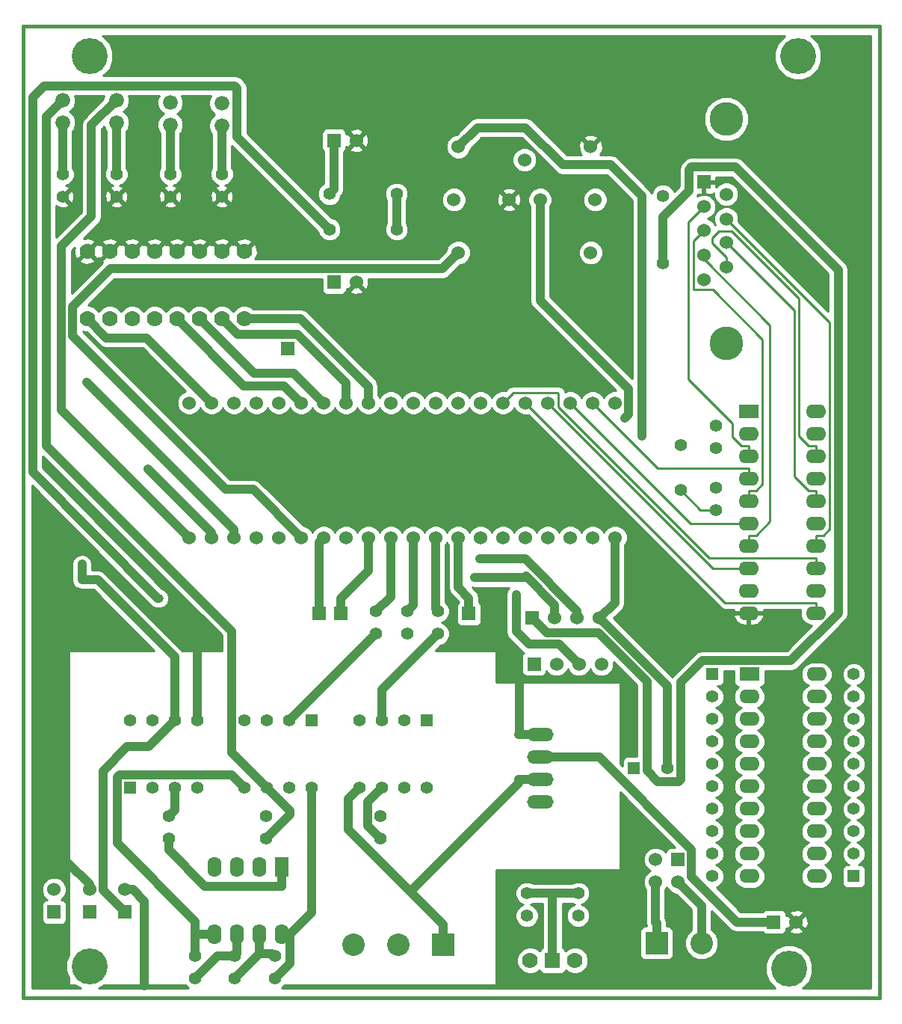
<source format=gtl>
G04 (created by PCBNEW-RS274X (2012-apr-16-27)-stable) date Mon 09 Dec 2013 22:44:26 GMT*
G01*
G70*
G90*
%MOIN*%
G04 Gerber Fmt 3.4, Leading zero omitted, Abs format*
%FSLAX34Y34*%
G04 APERTURE LIST*
%ADD10C,0.006000*%
%ADD11C,0.015000*%
%ADD12C,0.055000*%
%ADD13R,0.060000X0.060000*%
%ADD14C,0.060000*%
%ADD15C,0.066000*%
%ADD16R,0.062000X0.090000*%
%ADD17O,0.062000X0.090000*%
%ADD18R,0.055000X0.055000*%
%ADD19R,0.090000X0.062000*%
%ADD20O,0.090000X0.062000*%
%ADD21C,0.150000*%
%ADD22C,0.070000*%
%ADD23O,0.118100X0.059100*%
%ADD24R,0.100000X0.100000*%
%ADD25C,0.100000*%
%ADD26C,0.160000*%
%ADD27R,0.070000X0.070000*%
%ADD28C,0.035000*%
%ADD29C,0.039400*%
%ADD30C,0.039400*%
%ADD31C,0.009800*%
%ADD32C,0.010000*%
G04 APERTURE END LIST*
G54D10*
G54D11*
X60827Y-05906D02*
X22638Y-05906D01*
X60827Y-49213D02*
X60827Y-05906D01*
X22638Y-49213D02*
X60827Y-49213D01*
X22638Y-05906D02*
X22638Y-49213D01*
G54D12*
X36295Y-13386D03*
X39295Y-13386D03*
X36295Y-14961D03*
X39295Y-14961D03*
G54D13*
X45350Y-32283D03*
G54D14*
X46350Y-32283D03*
X47350Y-32283D03*
X48350Y-32283D03*
G54D13*
X51839Y-43043D03*
G54D14*
X51839Y-44043D03*
X50839Y-43043D03*
X50839Y-44043D03*
G54D13*
X36500Y-11000D03*
G54D14*
X37500Y-11000D03*
G54D13*
X24016Y-45382D03*
G54D14*
X24016Y-44382D03*
G54D13*
X25590Y-45382D03*
G54D14*
X25590Y-44382D03*
G54D13*
X27165Y-45382D03*
G54D14*
X27165Y-44382D03*
G54D13*
X36508Y-17323D03*
G54D14*
X37508Y-17323D03*
G54D15*
X26800Y-09200D03*
X26800Y-10200D03*
X29200Y-09300D03*
X29200Y-10300D03*
G54D16*
X34177Y-43382D03*
G54D17*
X33177Y-43382D03*
X32177Y-43382D03*
X31177Y-43382D03*
X31177Y-46382D03*
X32177Y-46382D03*
X33177Y-46382D03*
X34177Y-46382D03*
G54D18*
X27398Y-39847D03*
G54D12*
X28398Y-39847D03*
X29398Y-39847D03*
X30398Y-39847D03*
X30398Y-36847D03*
X29398Y-36847D03*
X28398Y-36847D03*
X27398Y-36847D03*
G54D18*
X40634Y-36847D03*
G54D12*
X39634Y-36847D03*
X38634Y-36847D03*
X37634Y-36847D03*
X37634Y-39847D03*
X38634Y-39847D03*
X39634Y-39847D03*
X40634Y-39847D03*
G54D18*
X35516Y-36847D03*
G54D12*
X34516Y-36847D03*
X33516Y-36847D03*
X32516Y-36847D03*
X32516Y-39847D03*
X33516Y-39847D03*
X34516Y-39847D03*
X35516Y-39847D03*
G54D19*
X54996Y-23059D03*
G54D20*
X54996Y-24059D03*
X54996Y-25059D03*
X54996Y-26059D03*
X54996Y-27059D03*
X54996Y-28059D03*
X54996Y-29059D03*
X54996Y-30059D03*
X54996Y-31059D03*
X54996Y-32059D03*
X57996Y-32059D03*
X57996Y-31059D03*
X57996Y-30059D03*
X57996Y-29059D03*
X57996Y-28059D03*
X57996Y-27059D03*
X57996Y-26059D03*
X57996Y-25059D03*
X57996Y-24059D03*
X57996Y-23059D03*
G54D21*
X54000Y-20050D03*
X54000Y-10050D03*
G54D13*
X53000Y-12850D03*
G54D14*
X53000Y-13950D03*
X53000Y-15000D03*
X53000Y-16100D03*
X53000Y-17200D03*
X54000Y-13400D03*
X54000Y-14500D03*
X54000Y-15550D03*
X54000Y-16650D03*
G54D12*
X51969Y-24591D03*
X51969Y-26591D03*
X53543Y-27469D03*
X53543Y-26469D03*
X53543Y-23713D03*
X53543Y-24713D03*
X47390Y-45550D03*
X47390Y-44550D03*
X45100Y-45550D03*
X45100Y-44550D03*
G54D22*
X25496Y-18941D03*
X26496Y-18941D03*
X27496Y-18941D03*
X28496Y-18941D03*
X29496Y-18941D03*
X30496Y-18941D03*
X31496Y-18941D03*
X32496Y-18941D03*
X32496Y-15941D03*
X31496Y-15941D03*
X30496Y-15941D03*
X29496Y-15941D03*
X28496Y-15941D03*
X27496Y-15941D03*
X26496Y-15941D03*
X25496Y-15941D03*
G54D14*
X47953Y-11276D03*
X47953Y-16000D03*
X42047Y-11276D03*
X42047Y-16000D03*
X44311Y-13638D03*
X45689Y-13638D03*
X41850Y-13638D03*
X48150Y-13638D03*
X45000Y-11866D03*
X30039Y-28693D03*
X31039Y-28693D03*
X32039Y-28693D03*
X33039Y-28693D03*
X34039Y-28693D03*
X35039Y-28693D03*
X36039Y-28693D03*
X37039Y-28693D03*
X38039Y-28693D03*
X39039Y-28693D03*
X40039Y-28693D03*
X41039Y-28693D03*
X42039Y-28693D03*
X43039Y-28693D03*
X44039Y-28693D03*
X45039Y-28693D03*
X46039Y-28693D03*
X47039Y-28693D03*
X48039Y-28693D03*
X49039Y-28693D03*
X49039Y-22693D03*
X48039Y-22693D03*
X47039Y-22693D03*
X46039Y-22693D03*
X45039Y-22693D03*
X44039Y-22693D03*
X43039Y-22693D03*
X42039Y-22693D03*
X41039Y-22693D03*
X40039Y-22693D03*
X39039Y-22693D03*
X38039Y-22693D03*
X37039Y-22693D03*
X36039Y-22693D03*
X35039Y-22693D03*
X34039Y-22693D03*
X33039Y-22693D03*
X32039Y-22693D03*
X31039Y-22693D03*
X30039Y-22693D03*
G54D13*
X45429Y-34331D03*
G54D14*
X46429Y-34331D03*
X47429Y-34331D03*
X48429Y-34331D03*
G54D15*
X31496Y-09343D03*
X31496Y-10343D03*
G54D12*
X38386Y-31980D03*
X38386Y-32980D03*
X41142Y-31980D03*
X41142Y-32980D03*
X39764Y-31980D03*
X39764Y-32980D03*
X29134Y-41115D03*
X29134Y-42115D03*
X38583Y-41115D03*
X38583Y-42115D03*
X33465Y-41115D03*
X33465Y-42115D03*
X29200Y-12500D03*
X29200Y-13500D03*
X31496Y-12492D03*
X31496Y-13492D03*
X51181Y-16461D03*
X51181Y-13461D03*
X26800Y-12500D03*
X26800Y-13500D03*
G54D23*
X45719Y-37484D03*
X45719Y-38484D03*
X45719Y-39484D03*
X45719Y-40484D03*
G54D12*
X24400Y-12500D03*
X24400Y-13500D03*
G54D13*
X56114Y-45827D03*
G54D14*
X57114Y-45827D03*
G54D15*
X24400Y-09200D03*
X24400Y-10200D03*
G54D13*
X34449Y-20276D03*
X35827Y-32086D03*
X42520Y-32087D03*
X36811Y-32086D03*
G54D19*
X55035Y-34791D03*
G54D20*
X55035Y-35791D03*
X55035Y-36791D03*
X55035Y-37791D03*
X55035Y-38791D03*
X55035Y-39791D03*
X55035Y-40791D03*
X55035Y-41791D03*
X55035Y-42791D03*
X55035Y-43791D03*
X58035Y-43791D03*
X58035Y-42791D03*
X58035Y-41791D03*
X58035Y-40791D03*
X58035Y-39791D03*
X58035Y-38791D03*
X58035Y-37791D03*
X58035Y-36791D03*
X58035Y-35791D03*
X58035Y-34791D03*
G54D24*
X41370Y-46850D03*
G54D25*
X39370Y-46850D03*
X37370Y-46850D03*
G54D24*
X50890Y-46772D03*
G54D25*
X52890Y-46772D03*
G54D26*
X25600Y-07244D03*
X57200Y-07244D03*
X56800Y-47900D03*
X25600Y-47800D03*
G54D22*
X45250Y-47550D03*
G54D27*
X46250Y-47550D03*
G54D22*
X47250Y-47550D03*
G54D18*
X49880Y-38976D03*
G54D12*
X51380Y-38976D03*
G54D18*
X59685Y-43791D03*
G54D12*
X59685Y-42791D03*
X59685Y-41791D03*
X59685Y-40791D03*
X59685Y-39791D03*
X59685Y-38791D03*
X59685Y-37791D03*
X59685Y-36791D03*
X59685Y-35791D03*
X59685Y-34791D03*
G54D18*
X53386Y-34791D03*
G54D12*
X53386Y-35791D03*
X53386Y-36791D03*
X53386Y-37791D03*
X53386Y-38791D03*
X53386Y-39791D03*
X53386Y-40791D03*
X53386Y-41791D03*
X53386Y-42791D03*
X53386Y-43791D03*
X33858Y-48335D03*
X33858Y-47335D03*
X32087Y-48335D03*
X32087Y-47335D03*
X30315Y-48335D03*
X30315Y-47335D03*
G54D28*
X28206Y-25653D03*
X43012Y-29658D03*
X44624Y-31225D03*
X25476Y-21773D03*
G54D29*
X28706Y-31410D03*
G54D28*
X28627Y-31410D03*
X50238Y-24186D03*
X49472Y-23375D03*
X42768Y-30480D03*
G54D30*
X54468Y-45827D02*
X56114Y-45827D01*
X52448Y-43807D02*
X54468Y-45827D01*
X52448Y-42598D02*
X52448Y-43807D01*
X38383Y-32980D02*
X34516Y-36847D01*
X38386Y-32980D02*
X38383Y-32980D01*
X48334Y-38484D02*
X52448Y-42598D01*
X45719Y-38484D02*
X48334Y-38484D01*
X25590Y-44137D02*
X25590Y-44382D01*
X24617Y-43164D02*
X25590Y-44137D01*
X30398Y-33311D02*
X30398Y-36847D01*
X28045Y-48659D02*
X28045Y-44895D01*
X27532Y-44382D02*
X27165Y-44382D01*
X44762Y-34961D02*
X44762Y-37456D01*
X44762Y-37456D02*
X44734Y-37484D01*
X44734Y-37484D02*
X45719Y-37484D01*
X28045Y-44895D02*
X27532Y-44382D01*
X31496Y-12492D02*
X31496Y-10343D01*
X50890Y-46772D02*
X50890Y-45878D01*
X50890Y-45878D02*
X50839Y-45827D01*
X50839Y-45827D02*
X50839Y-44043D01*
X52890Y-45094D02*
X51839Y-44043D01*
X52890Y-46772D02*
X52890Y-45094D01*
X38039Y-30164D02*
X38039Y-28693D01*
X36811Y-31392D02*
X38039Y-30164D01*
X36811Y-32086D02*
X36811Y-31392D01*
X35827Y-28905D02*
X36039Y-28693D01*
X35827Y-32086D02*
X35827Y-28905D01*
X42520Y-32087D02*
X42520Y-31393D01*
X42520Y-31393D02*
X42039Y-30912D01*
X42039Y-30912D02*
X42039Y-28693D01*
X24400Y-12500D02*
X24400Y-10200D01*
X31039Y-28693D02*
X31039Y-28486D01*
X31039Y-28486D02*
X28206Y-25653D01*
X29200Y-12500D02*
X29200Y-10300D01*
X26800Y-12500D02*
X26800Y-10200D01*
X45039Y-29658D02*
X43012Y-29658D01*
X40039Y-31705D02*
X40039Y-28693D01*
X39764Y-31980D02*
X40039Y-31705D01*
X47350Y-31969D02*
X45039Y-29658D01*
X47350Y-32283D02*
X47350Y-31969D01*
X47429Y-34331D02*
X46549Y-33451D01*
X46549Y-33451D02*
X45191Y-33451D01*
X45191Y-33451D02*
X44624Y-32884D01*
X44624Y-32884D02*
X44624Y-31225D01*
X32039Y-28693D02*
X32039Y-28336D01*
X32039Y-28336D02*
X25476Y-21773D01*
X36500Y-11000D02*
X36500Y-13181D01*
X36500Y-13181D02*
X36295Y-13386D01*
X23061Y-25765D02*
X23061Y-09069D01*
X28627Y-31410D02*
X23061Y-25765D01*
X23061Y-09069D02*
X23561Y-08569D01*
X32186Y-10852D02*
X36295Y-14961D01*
X23561Y-08569D02*
X32072Y-08569D01*
X32072Y-08569D02*
X32186Y-08683D01*
X32186Y-08683D02*
X32186Y-10852D01*
X33177Y-47245D02*
X33177Y-47226D01*
X32087Y-48335D02*
X33177Y-47245D01*
X33749Y-47226D02*
X33177Y-47226D01*
X33858Y-47335D02*
X33749Y-47226D01*
X33177Y-46382D02*
X33177Y-47226D01*
X32087Y-47335D02*
X31315Y-47335D01*
X32177Y-46382D02*
X32177Y-47226D01*
X32177Y-47226D02*
X32087Y-47316D01*
X32087Y-47316D02*
X32087Y-47335D01*
X31315Y-47335D02*
X30315Y-48335D01*
X29398Y-40851D02*
X29398Y-39847D01*
X29134Y-41115D02*
X29398Y-40851D01*
X42897Y-10426D02*
X42047Y-11276D01*
X45040Y-10426D02*
X42897Y-10426D01*
X46704Y-12090D02*
X45040Y-10426D01*
X48852Y-12090D02*
X46704Y-12090D01*
X50238Y-13476D02*
X48852Y-12090D01*
X50238Y-24186D02*
X50238Y-13476D01*
G54D31*
X53000Y-15000D02*
X52533Y-15467D01*
X52560Y-17653D02*
X53392Y-17653D01*
X52533Y-17626D02*
X52560Y-17653D01*
X52533Y-15467D02*
X52533Y-17626D01*
X55607Y-19868D02*
X55607Y-26319D01*
X55607Y-26319D02*
X55329Y-26597D01*
X55329Y-26597D02*
X54996Y-26597D01*
X54996Y-26597D02*
X54996Y-27059D01*
X53392Y-17653D02*
X55607Y-19868D01*
X57041Y-25975D02*
X57041Y-18591D01*
X57996Y-26597D02*
X57663Y-26597D01*
X57996Y-27059D02*
X57996Y-26597D01*
X57663Y-26597D02*
X57041Y-25975D01*
X57041Y-18591D02*
X54000Y-15550D01*
X53668Y-15025D02*
X54240Y-15025D01*
X54000Y-16650D02*
X54000Y-16216D01*
X54000Y-16216D02*
X53366Y-15582D01*
X53366Y-15582D02*
X53366Y-15327D01*
X53366Y-15327D02*
X53668Y-15025D01*
X57246Y-18031D02*
X57246Y-24180D01*
X57246Y-24180D02*
X57663Y-24597D01*
X57663Y-24597D02*
X57996Y-24597D01*
X57996Y-24597D02*
X57996Y-25059D01*
X54240Y-15025D02*
X57246Y-18031D01*
G54D30*
X38634Y-35488D02*
X38634Y-36847D01*
X41142Y-32980D02*
X38634Y-35488D01*
X37039Y-21822D02*
X37039Y-22693D01*
X34864Y-19647D02*
X37039Y-21822D01*
X32202Y-19647D02*
X34864Y-19647D01*
X31496Y-18941D02*
X32202Y-19647D01*
G54D31*
X53405Y-30059D02*
X54996Y-30059D01*
X46039Y-22693D02*
X53405Y-30059D01*
G54D30*
X32481Y-21926D02*
X29496Y-18941D01*
X34272Y-21926D02*
X32481Y-21926D01*
X35039Y-22693D02*
X34272Y-21926D01*
G54D31*
X46512Y-22262D02*
X46512Y-22881D01*
X44039Y-22693D02*
X44497Y-22235D01*
X44497Y-22235D02*
X46485Y-22235D01*
X46485Y-22235D02*
X46512Y-22262D01*
X46512Y-22881D02*
X53228Y-29597D01*
X53228Y-29597D02*
X57996Y-29597D01*
X57996Y-29597D02*
X57996Y-30059D01*
G54D30*
X31039Y-22693D02*
X28145Y-19799D01*
X28145Y-19799D02*
X26354Y-19799D01*
X26354Y-19799D02*
X25496Y-18941D01*
X24347Y-23001D02*
X30039Y-28693D01*
X24347Y-15722D02*
X24347Y-23001D01*
X25684Y-14385D02*
X24347Y-15722D01*
X25684Y-10316D02*
X25684Y-14385D01*
X26800Y-09200D02*
X25684Y-10316D01*
X41325Y-16722D02*
X42047Y-16000D01*
X26527Y-16722D02*
X41325Y-16722D01*
X24845Y-18404D02*
X26527Y-16722D01*
X24845Y-19706D02*
X24845Y-18404D01*
X31685Y-26546D02*
X24845Y-19706D01*
X32892Y-26546D02*
X31685Y-26546D01*
X35039Y-28693D02*
X32892Y-26546D01*
G54D31*
X54996Y-25597D02*
X54996Y-26059D01*
X50943Y-25597D02*
X54996Y-25597D01*
X48039Y-22693D02*
X50943Y-25597D01*
G54D30*
X38039Y-21971D02*
X35009Y-18941D01*
X38039Y-22693D02*
X38039Y-21971D01*
X35009Y-18941D02*
X32496Y-18941D01*
X32924Y-21369D02*
X30496Y-18941D01*
X34715Y-21369D02*
X32924Y-21369D01*
X36039Y-22693D02*
X34715Y-21369D01*
X41039Y-31877D02*
X41039Y-28693D01*
X41142Y-31980D02*
X41039Y-31877D01*
X29134Y-42617D02*
X29134Y-42115D01*
X30743Y-44226D02*
X29134Y-42617D01*
X34177Y-44226D02*
X30743Y-44226D01*
X34177Y-43382D02*
X34177Y-44226D01*
X49640Y-23207D02*
X49640Y-22091D01*
X49472Y-23375D02*
X49640Y-23207D01*
X49640Y-22091D02*
X45689Y-18140D01*
X45689Y-18140D02*
X45689Y-13638D01*
G54D31*
X52405Y-28059D02*
X54996Y-28059D01*
X47039Y-22693D02*
X52405Y-28059D01*
X52847Y-27469D02*
X53543Y-27469D01*
X51969Y-26591D02*
X52847Y-27469D01*
G54D30*
X51380Y-35313D02*
X51380Y-38976D01*
X47390Y-44550D02*
X46250Y-44550D01*
X48350Y-32283D02*
X51380Y-35313D01*
X46250Y-47550D02*
X46250Y-44550D01*
X46250Y-44550D02*
X45100Y-44550D01*
X49039Y-31594D02*
X48350Y-32283D01*
X49039Y-28693D02*
X49039Y-31594D01*
G54D31*
X54268Y-24202D02*
X54663Y-24597D01*
X53000Y-13950D02*
X52304Y-14646D01*
X52304Y-14646D02*
X52304Y-21657D01*
X52304Y-21657D02*
X54268Y-23621D01*
X54268Y-23621D02*
X54268Y-24202D01*
X54663Y-24597D02*
X54996Y-24597D01*
X54996Y-24597D02*
X54996Y-25059D01*
X54996Y-28597D02*
X54996Y-29059D01*
X55330Y-28597D02*
X54996Y-28597D01*
X55944Y-27983D02*
X55330Y-28597D01*
X55944Y-19234D02*
X55944Y-27983D01*
X53000Y-16290D02*
X55944Y-19234D01*
X53000Y-16100D02*
X53000Y-16290D01*
X57996Y-32059D02*
X57996Y-31597D01*
X53943Y-31597D02*
X45039Y-22693D01*
X57996Y-31597D02*
X53943Y-31597D01*
X58608Y-28318D02*
X58329Y-28597D01*
X54000Y-14500D02*
X58608Y-19108D01*
X58608Y-19108D02*
X58608Y-28318D01*
X58329Y-28597D02*
X57996Y-28597D01*
X57996Y-28597D02*
X57996Y-29059D01*
G54D30*
X44734Y-39644D02*
X39896Y-44482D01*
X31177Y-46382D02*
X30315Y-46382D01*
X44734Y-39484D02*
X44734Y-39644D01*
X45719Y-39484D02*
X44734Y-39484D01*
X41370Y-45956D02*
X39896Y-44482D01*
X41370Y-46850D02*
X41370Y-45956D01*
X30315Y-46382D02*
X30315Y-47335D01*
X31937Y-39268D02*
X32516Y-39847D01*
X26936Y-39268D02*
X31937Y-39268D01*
X26822Y-39382D02*
X26936Y-39268D01*
X26822Y-42302D02*
X26822Y-39382D01*
X30315Y-45795D02*
X26822Y-42302D01*
X37137Y-40344D02*
X37634Y-39847D01*
X37137Y-41723D02*
X37137Y-40344D01*
X39896Y-44482D02*
X37137Y-41723D01*
X30315Y-46382D02*
X30315Y-45795D01*
X34533Y-46382D02*
X34533Y-47660D01*
X34533Y-47660D02*
X33858Y-48335D01*
X34177Y-46382D02*
X34533Y-46382D01*
X34533Y-46382D02*
X35516Y-45399D01*
X35516Y-45399D02*
X35516Y-39847D01*
X26191Y-44408D02*
X27165Y-45382D01*
X42768Y-30480D02*
X45006Y-30480D01*
X46350Y-31700D02*
X46350Y-32283D01*
X45006Y-30480D02*
X45068Y-30418D01*
X45068Y-30418D02*
X46350Y-31700D01*
X26191Y-39093D02*
X26191Y-44408D01*
X27283Y-38001D02*
X26191Y-39093D01*
X28244Y-38001D02*
X27283Y-38001D01*
X29398Y-36847D02*
X28244Y-38001D01*
X39039Y-31327D02*
X39039Y-28693D01*
X25264Y-29882D02*
X25264Y-30576D01*
X25264Y-30576D02*
X25958Y-30576D01*
X25958Y-30576D02*
X29398Y-34016D01*
X29398Y-34016D02*
X29398Y-36847D01*
X38386Y-31980D02*
X39039Y-31327D01*
X38583Y-42115D02*
X37996Y-41528D01*
X37996Y-41528D02*
X37996Y-40485D01*
X37996Y-40485D02*
X38634Y-39847D01*
X34554Y-40885D02*
X33516Y-39847D01*
X34554Y-41026D02*
X34554Y-40885D01*
X33465Y-42115D02*
X34554Y-41026D01*
X33516Y-39847D02*
X31940Y-38271D01*
X31940Y-38271D02*
X31940Y-32869D01*
X31940Y-32869D02*
X23673Y-24602D01*
X23673Y-24602D02*
X23673Y-09927D01*
X23673Y-09927D02*
X24400Y-09200D01*
X58990Y-32067D02*
X56877Y-34180D01*
X58990Y-16764D02*
X58990Y-32067D01*
X54409Y-12183D02*
X58990Y-16764D01*
X52453Y-12183D02*
X54409Y-12183D01*
X52339Y-12297D02*
X52453Y-12183D01*
X52339Y-13235D02*
X52339Y-12297D01*
X51181Y-14393D02*
X52339Y-13235D01*
X51181Y-16461D02*
X51181Y-14393D01*
X39295Y-14961D02*
X39295Y-13386D01*
X56877Y-34180D02*
X52924Y-34180D01*
X52924Y-34180D02*
X51963Y-35141D01*
X51963Y-35141D02*
X51963Y-39484D01*
X51963Y-39484D02*
X51871Y-39576D01*
X51871Y-39576D02*
X50946Y-39576D01*
X50946Y-39576D02*
X50456Y-39086D01*
X50456Y-39086D02*
X50456Y-35094D01*
X50456Y-35094D02*
X48304Y-32942D01*
X48304Y-32942D02*
X46009Y-32942D01*
X46009Y-32942D02*
X45350Y-32283D01*
G54D10*
G36*
X26248Y-09016D02*
X26220Y-09084D01*
X26220Y-09148D01*
X25368Y-10000D01*
X25271Y-10145D01*
X25237Y-10316D01*
X25237Y-14199D01*
X24919Y-14517D01*
X24919Y-13574D01*
X24908Y-13370D01*
X24852Y-13233D01*
X24761Y-13210D01*
X24471Y-13500D01*
X24761Y-13790D01*
X24852Y-13767D01*
X24919Y-13574D01*
X24919Y-14517D01*
X24120Y-15316D01*
X24120Y-13921D01*
X24124Y-13916D01*
X24133Y-13952D01*
X24326Y-14019D01*
X24530Y-14008D01*
X24667Y-13952D01*
X24690Y-13861D01*
X24435Y-13606D01*
X24400Y-13571D01*
X24329Y-13500D01*
X24400Y-13429D01*
X24435Y-13394D01*
X24690Y-13139D01*
X24667Y-13048D01*
X24548Y-13006D01*
X24697Y-12945D01*
X24845Y-12798D01*
X24925Y-12605D01*
X24925Y-12396D01*
X24847Y-12207D01*
X24847Y-10573D01*
X24891Y-10529D01*
X24980Y-10316D01*
X24980Y-10085D01*
X24892Y-09872D01*
X24729Y-09709D01*
X24708Y-09700D01*
X24728Y-09692D01*
X24891Y-09529D01*
X24980Y-09316D01*
X24980Y-09085D01*
X24951Y-09016D01*
X26248Y-09016D01*
X26248Y-09016D01*
G37*
G54D32*
X26248Y-09016D02*
X26220Y-09084D01*
X26220Y-09148D01*
X25368Y-10000D01*
X25271Y-10145D01*
X25237Y-10316D01*
X25237Y-14199D01*
X24919Y-14517D01*
X24919Y-13574D01*
X24908Y-13370D01*
X24852Y-13233D01*
X24761Y-13210D01*
X24471Y-13500D01*
X24761Y-13790D01*
X24852Y-13767D01*
X24919Y-13574D01*
X24919Y-14517D01*
X24120Y-15316D01*
X24120Y-13921D01*
X24124Y-13916D01*
X24133Y-13952D01*
X24326Y-14019D01*
X24530Y-14008D01*
X24667Y-13952D01*
X24690Y-13861D01*
X24435Y-13606D01*
X24400Y-13571D01*
X24329Y-13500D01*
X24400Y-13429D01*
X24435Y-13394D01*
X24690Y-13139D01*
X24667Y-13048D01*
X24548Y-13006D01*
X24697Y-12945D01*
X24845Y-12798D01*
X24925Y-12605D01*
X24925Y-12396D01*
X24847Y-12207D01*
X24847Y-10573D01*
X24891Y-10529D01*
X24980Y-10316D01*
X24980Y-10085D01*
X24892Y-09872D01*
X24729Y-09709D01*
X24708Y-09700D01*
X24728Y-09692D01*
X24891Y-09529D01*
X24980Y-09316D01*
X24980Y-09085D01*
X24951Y-09016D01*
X26248Y-09016D01*
G54D10*
G36*
X30006Y-48769D02*
X26003Y-48769D01*
X26194Y-48690D01*
X26251Y-48633D01*
X29870Y-48633D01*
X30006Y-48769D01*
X30006Y-48769D01*
G37*
G54D32*
X30006Y-48769D02*
X26003Y-48769D01*
X26194Y-48690D01*
X26251Y-48633D01*
X29870Y-48633D01*
X30006Y-48769D01*
G54D10*
G36*
X31493Y-33730D02*
X29734Y-33730D01*
X29714Y-33700D01*
X29713Y-33699D01*
X26274Y-30260D01*
X26129Y-30163D01*
X25958Y-30129D01*
X25711Y-30129D01*
X25711Y-29882D01*
X25677Y-29711D01*
X25580Y-29566D01*
X25435Y-29469D01*
X25264Y-29435D01*
X25093Y-29469D01*
X24948Y-29566D01*
X24851Y-29711D01*
X24817Y-29882D01*
X24817Y-30576D01*
X24851Y-30747D01*
X24948Y-30892D01*
X25093Y-30989D01*
X25264Y-31023D01*
X25773Y-31023D01*
X28480Y-33730D01*
X24674Y-33730D01*
X24674Y-47291D01*
X24565Y-47553D01*
X24565Y-45732D01*
X24565Y-45633D01*
X24565Y-45033D01*
X24527Y-44941D01*
X24457Y-44871D01*
X24366Y-44833D01*
X24341Y-44833D01*
X24481Y-44693D01*
X24565Y-44491D01*
X24565Y-44273D01*
X24481Y-44071D01*
X24327Y-43917D01*
X24125Y-43833D01*
X23907Y-43833D01*
X23705Y-43917D01*
X23551Y-44071D01*
X23467Y-44273D01*
X23467Y-44491D01*
X23551Y-44693D01*
X23691Y-44833D01*
X23667Y-44833D01*
X23575Y-44871D01*
X23505Y-44941D01*
X23467Y-45032D01*
X23467Y-45131D01*
X23467Y-45731D01*
X23505Y-45823D01*
X23575Y-45893D01*
X23666Y-45931D01*
X23765Y-45931D01*
X24365Y-45931D01*
X24457Y-45893D01*
X24527Y-45823D01*
X24565Y-45732D01*
X24565Y-47553D01*
X24550Y-47590D01*
X24550Y-48008D01*
X24674Y-48307D01*
X24674Y-48633D01*
X24948Y-48633D01*
X25005Y-48690D01*
X25195Y-48769D01*
X23042Y-48769D01*
X23042Y-26382D01*
X28309Y-31723D01*
X28453Y-31821D01*
X28610Y-31853D01*
X28617Y-31856D01*
X28624Y-31856D01*
X28794Y-31856D01*
X28958Y-31788D01*
X29084Y-31663D01*
X29152Y-31499D01*
X29152Y-31322D01*
X29084Y-31158D01*
X28959Y-31032D01*
X28830Y-30978D01*
X23508Y-25581D01*
X23508Y-25069D01*
X31493Y-33054D01*
X31493Y-33730D01*
X31493Y-33730D01*
G37*
G54D32*
X31493Y-33730D02*
X29734Y-33730D01*
X29714Y-33700D01*
X29713Y-33699D01*
X26274Y-30260D01*
X26129Y-30163D01*
X25958Y-30129D01*
X25711Y-30129D01*
X25711Y-29882D01*
X25677Y-29711D01*
X25580Y-29566D01*
X25435Y-29469D01*
X25264Y-29435D01*
X25093Y-29469D01*
X24948Y-29566D01*
X24851Y-29711D01*
X24817Y-29882D01*
X24817Y-30576D01*
X24851Y-30747D01*
X24948Y-30892D01*
X25093Y-30989D01*
X25264Y-31023D01*
X25773Y-31023D01*
X28480Y-33730D01*
X24674Y-33730D01*
X24674Y-47291D01*
X24565Y-47553D01*
X24565Y-45732D01*
X24565Y-45633D01*
X24565Y-45033D01*
X24527Y-44941D01*
X24457Y-44871D01*
X24366Y-44833D01*
X24341Y-44833D01*
X24481Y-44693D01*
X24565Y-44491D01*
X24565Y-44273D01*
X24481Y-44071D01*
X24327Y-43917D01*
X24125Y-43833D01*
X23907Y-43833D01*
X23705Y-43917D01*
X23551Y-44071D01*
X23467Y-44273D01*
X23467Y-44491D01*
X23551Y-44693D01*
X23691Y-44833D01*
X23667Y-44833D01*
X23575Y-44871D01*
X23505Y-44941D01*
X23467Y-45032D01*
X23467Y-45131D01*
X23467Y-45731D01*
X23505Y-45823D01*
X23575Y-45893D01*
X23666Y-45931D01*
X23765Y-45931D01*
X24365Y-45931D01*
X24457Y-45893D01*
X24527Y-45823D01*
X24565Y-45732D01*
X24565Y-47553D01*
X24550Y-47590D01*
X24550Y-48008D01*
X24674Y-48307D01*
X24674Y-48633D01*
X24948Y-48633D01*
X25005Y-48690D01*
X25195Y-48769D01*
X23042Y-48769D01*
X23042Y-26382D01*
X28309Y-31723D01*
X28453Y-31821D01*
X28610Y-31853D01*
X28617Y-31856D01*
X28624Y-31856D01*
X28794Y-31856D01*
X28958Y-31788D01*
X29084Y-31663D01*
X29152Y-31499D01*
X29152Y-31322D01*
X29084Y-31158D01*
X28959Y-31032D01*
X28830Y-30978D01*
X23508Y-25581D01*
X23508Y-25069D01*
X31493Y-33054D01*
X31493Y-33730D01*
G54D10*
G36*
X50009Y-38452D02*
X49556Y-38452D01*
X49464Y-38490D01*
X49394Y-38560D01*
X49356Y-38651D01*
X49356Y-38750D01*
X49356Y-38874D01*
X49263Y-38781D01*
X49263Y-35147D01*
X43751Y-35147D01*
X43751Y-33730D01*
X41024Y-33730D01*
X41251Y-33502D01*
X41439Y-33425D01*
X41587Y-33278D01*
X41667Y-33085D01*
X41667Y-32876D01*
X41587Y-32683D01*
X41440Y-32535D01*
X41306Y-32479D01*
X41439Y-32425D01*
X41587Y-32278D01*
X41667Y-32085D01*
X41667Y-31876D01*
X41587Y-31683D01*
X41486Y-31581D01*
X41486Y-29022D01*
X41504Y-29004D01*
X41539Y-28919D01*
X41574Y-29004D01*
X41592Y-29022D01*
X41592Y-30912D01*
X41626Y-31083D01*
X41723Y-31228D01*
X42073Y-31578D01*
X42073Y-31582D01*
X42009Y-31646D01*
X41971Y-31737D01*
X41971Y-31836D01*
X41971Y-32436D01*
X42009Y-32528D01*
X42079Y-32598D01*
X42170Y-32636D01*
X42269Y-32636D01*
X42869Y-32636D01*
X42961Y-32598D01*
X43031Y-32528D01*
X43069Y-32437D01*
X43069Y-32338D01*
X43069Y-31738D01*
X43031Y-31646D01*
X42967Y-31582D01*
X42967Y-31393D01*
X42933Y-31222D01*
X42836Y-31077D01*
X42665Y-30906D01*
X42768Y-30927D01*
X44295Y-30927D01*
X44211Y-31054D01*
X44177Y-31225D01*
X44177Y-32884D01*
X44211Y-33055D01*
X44308Y-33200D01*
X44874Y-33766D01*
X44875Y-33767D01*
X44974Y-33833D01*
X44918Y-33890D01*
X44880Y-33981D01*
X44880Y-34080D01*
X44880Y-34680D01*
X44918Y-34772D01*
X44988Y-34842D01*
X45079Y-34880D01*
X45178Y-34880D01*
X45778Y-34880D01*
X45870Y-34842D01*
X45940Y-34772D01*
X45978Y-34681D01*
X45978Y-34656D01*
X46118Y-34796D01*
X46320Y-34880D01*
X46538Y-34880D01*
X46740Y-34796D01*
X46894Y-34642D01*
X46929Y-34557D01*
X46964Y-34642D01*
X47118Y-34796D01*
X47320Y-34880D01*
X47538Y-34880D01*
X47740Y-34796D01*
X47894Y-34642D01*
X47929Y-34557D01*
X47964Y-34642D01*
X48118Y-34796D01*
X48320Y-34880D01*
X48538Y-34880D01*
X48740Y-34796D01*
X48894Y-34642D01*
X48978Y-34440D01*
X48978Y-34248D01*
X50009Y-35279D01*
X50009Y-38452D01*
X50009Y-38452D01*
G37*
G54D32*
X50009Y-38452D02*
X49556Y-38452D01*
X49464Y-38490D01*
X49394Y-38560D01*
X49356Y-38651D01*
X49356Y-38750D01*
X49356Y-38874D01*
X49263Y-38781D01*
X49263Y-35147D01*
X43751Y-35147D01*
X43751Y-33730D01*
X41024Y-33730D01*
X41251Y-33502D01*
X41439Y-33425D01*
X41587Y-33278D01*
X41667Y-33085D01*
X41667Y-32876D01*
X41587Y-32683D01*
X41440Y-32535D01*
X41306Y-32479D01*
X41439Y-32425D01*
X41587Y-32278D01*
X41667Y-32085D01*
X41667Y-31876D01*
X41587Y-31683D01*
X41486Y-31581D01*
X41486Y-29022D01*
X41504Y-29004D01*
X41539Y-28919D01*
X41574Y-29004D01*
X41592Y-29022D01*
X41592Y-30912D01*
X41626Y-31083D01*
X41723Y-31228D01*
X42073Y-31578D01*
X42073Y-31582D01*
X42009Y-31646D01*
X41971Y-31737D01*
X41971Y-31836D01*
X41971Y-32436D01*
X42009Y-32528D01*
X42079Y-32598D01*
X42170Y-32636D01*
X42269Y-32636D01*
X42869Y-32636D01*
X42961Y-32598D01*
X43031Y-32528D01*
X43069Y-32437D01*
X43069Y-32338D01*
X43069Y-31738D01*
X43031Y-31646D01*
X42967Y-31582D01*
X42967Y-31393D01*
X42933Y-31222D01*
X42836Y-31077D01*
X42665Y-30906D01*
X42768Y-30927D01*
X44295Y-30927D01*
X44211Y-31054D01*
X44177Y-31225D01*
X44177Y-32884D01*
X44211Y-33055D01*
X44308Y-33200D01*
X44874Y-33766D01*
X44875Y-33767D01*
X44974Y-33833D01*
X44918Y-33890D01*
X44880Y-33981D01*
X44880Y-34080D01*
X44880Y-34680D01*
X44918Y-34772D01*
X44988Y-34842D01*
X45079Y-34880D01*
X45178Y-34880D01*
X45778Y-34880D01*
X45870Y-34842D01*
X45940Y-34772D01*
X45978Y-34681D01*
X45978Y-34656D01*
X46118Y-34796D01*
X46320Y-34880D01*
X46538Y-34880D01*
X46740Y-34796D01*
X46894Y-34642D01*
X46929Y-34557D01*
X46964Y-34642D01*
X47118Y-34796D01*
X47320Y-34880D01*
X47538Y-34880D01*
X47740Y-34796D01*
X47894Y-34642D01*
X47929Y-34557D01*
X47964Y-34642D01*
X48118Y-34796D01*
X48320Y-34880D01*
X48538Y-34880D01*
X48740Y-34796D01*
X48894Y-34642D01*
X48978Y-34440D01*
X48978Y-34248D01*
X50009Y-35279D01*
X50009Y-38452D01*
G54D10*
G36*
X57817Y-32608D02*
X56692Y-33733D01*
X55678Y-33733D01*
X55678Y-32196D01*
X55631Y-32109D01*
X55046Y-32109D01*
X55046Y-32619D01*
X55156Y-32619D01*
X55369Y-32569D01*
X55546Y-32441D01*
X55661Y-32255D01*
X55678Y-32196D01*
X55678Y-33733D01*
X54946Y-33733D01*
X54946Y-32619D01*
X54946Y-32109D01*
X54361Y-32109D01*
X54314Y-32196D01*
X54331Y-32255D01*
X54446Y-32441D01*
X54623Y-32569D01*
X54836Y-32619D01*
X54946Y-32619D01*
X54946Y-33733D01*
X52924Y-33733D01*
X52753Y-33767D01*
X52608Y-33864D01*
X51647Y-34825D01*
X51597Y-34898D01*
X48982Y-32283D01*
X49355Y-31910D01*
X49452Y-31765D01*
X49486Y-31594D01*
X49486Y-29022D01*
X49504Y-29004D01*
X49588Y-28802D01*
X49588Y-28584D01*
X49504Y-28382D01*
X49350Y-28228D01*
X49148Y-28144D01*
X48930Y-28144D01*
X48728Y-28228D01*
X48574Y-28382D01*
X48539Y-28466D01*
X48504Y-28382D01*
X48350Y-28228D01*
X48148Y-28144D01*
X47930Y-28144D01*
X47728Y-28228D01*
X47574Y-28382D01*
X47539Y-28466D01*
X47504Y-28382D01*
X47350Y-28228D01*
X47148Y-28144D01*
X46930Y-28144D01*
X46728Y-28228D01*
X46574Y-28382D01*
X46539Y-28466D01*
X46504Y-28382D01*
X46350Y-28228D01*
X46148Y-28144D01*
X45930Y-28144D01*
X45728Y-28228D01*
X45574Y-28382D01*
X45539Y-28466D01*
X45504Y-28382D01*
X45350Y-28228D01*
X45148Y-28144D01*
X44930Y-28144D01*
X44728Y-28228D01*
X44574Y-28382D01*
X44539Y-28466D01*
X44504Y-28382D01*
X44350Y-28228D01*
X44148Y-28144D01*
X43930Y-28144D01*
X43728Y-28228D01*
X43574Y-28382D01*
X43539Y-28466D01*
X43504Y-28382D01*
X43350Y-28228D01*
X43148Y-28144D01*
X42930Y-28144D01*
X42728Y-28228D01*
X42574Y-28382D01*
X42539Y-28466D01*
X42504Y-28382D01*
X42350Y-28228D01*
X42148Y-28144D01*
X41930Y-28144D01*
X41728Y-28228D01*
X41574Y-28382D01*
X41539Y-28466D01*
X41504Y-28382D01*
X41350Y-28228D01*
X41148Y-28144D01*
X40930Y-28144D01*
X40728Y-28228D01*
X40574Y-28382D01*
X40539Y-28466D01*
X40504Y-28382D01*
X40350Y-28228D01*
X40148Y-28144D01*
X39930Y-28144D01*
X39728Y-28228D01*
X39574Y-28382D01*
X39539Y-28466D01*
X39504Y-28382D01*
X39350Y-28228D01*
X39148Y-28144D01*
X38930Y-28144D01*
X38728Y-28228D01*
X38574Y-28382D01*
X38539Y-28466D01*
X38504Y-28382D01*
X38350Y-28228D01*
X38148Y-28144D01*
X37930Y-28144D01*
X37728Y-28228D01*
X37574Y-28382D01*
X37539Y-28466D01*
X37504Y-28382D01*
X37350Y-28228D01*
X37148Y-28144D01*
X36930Y-28144D01*
X36728Y-28228D01*
X36574Y-28382D01*
X36539Y-28466D01*
X36504Y-28382D01*
X36350Y-28228D01*
X36148Y-28144D01*
X35930Y-28144D01*
X35728Y-28228D01*
X35574Y-28382D01*
X35539Y-28466D01*
X35504Y-28382D01*
X35350Y-28228D01*
X35148Y-28144D01*
X35122Y-28144D01*
X33208Y-26230D01*
X33063Y-26133D01*
X32892Y-26099D01*
X31870Y-26099D01*
X25292Y-19521D01*
X25292Y-19504D01*
X25377Y-19540D01*
X25463Y-19540D01*
X26038Y-20115D01*
X26183Y-20212D01*
X26354Y-20246D01*
X27959Y-20246D01*
X29878Y-22165D01*
X29728Y-22228D01*
X29574Y-22382D01*
X29490Y-22584D01*
X29490Y-22802D01*
X29574Y-23004D01*
X29728Y-23158D01*
X29930Y-23242D01*
X30148Y-23242D01*
X30350Y-23158D01*
X30504Y-23004D01*
X30539Y-22919D01*
X30574Y-23004D01*
X30728Y-23158D01*
X30930Y-23242D01*
X31148Y-23242D01*
X31350Y-23158D01*
X31504Y-23004D01*
X31539Y-22919D01*
X31574Y-23004D01*
X31728Y-23158D01*
X31930Y-23242D01*
X32148Y-23242D01*
X32350Y-23158D01*
X32504Y-23004D01*
X32539Y-22919D01*
X32574Y-23004D01*
X32728Y-23158D01*
X32930Y-23242D01*
X33148Y-23242D01*
X33350Y-23158D01*
X33504Y-23004D01*
X33539Y-22919D01*
X33574Y-23004D01*
X33728Y-23158D01*
X33930Y-23242D01*
X34148Y-23242D01*
X34350Y-23158D01*
X34504Y-23004D01*
X34539Y-22919D01*
X34574Y-23004D01*
X34728Y-23158D01*
X34930Y-23242D01*
X35148Y-23242D01*
X35350Y-23158D01*
X35504Y-23004D01*
X35539Y-22919D01*
X35574Y-23004D01*
X35728Y-23158D01*
X35930Y-23242D01*
X36148Y-23242D01*
X36350Y-23158D01*
X36504Y-23004D01*
X36539Y-22919D01*
X36574Y-23004D01*
X36728Y-23158D01*
X36930Y-23242D01*
X37148Y-23242D01*
X37350Y-23158D01*
X37504Y-23004D01*
X37539Y-22919D01*
X37574Y-23004D01*
X37728Y-23158D01*
X37930Y-23242D01*
X38148Y-23242D01*
X38350Y-23158D01*
X38504Y-23004D01*
X38539Y-22919D01*
X38574Y-23004D01*
X38728Y-23158D01*
X38930Y-23242D01*
X39148Y-23242D01*
X39350Y-23158D01*
X39504Y-23004D01*
X39539Y-22919D01*
X39574Y-23004D01*
X39728Y-23158D01*
X39930Y-23242D01*
X40148Y-23242D01*
X40350Y-23158D01*
X40504Y-23004D01*
X40539Y-22919D01*
X40574Y-23004D01*
X40728Y-23158D01*
X40930Y-23242D01*
X41148Y-23242D01*
X41350Y-23158D01*
X41504Y-23004D01*
X41539Y-22919D01*
X41574Y-23004D01*
X41728Y-23158D01*
X41930Y-23242D01*
X42148Y-23242D01*
X42350Y-23158D01*
X42504Y-23004D01*
X42539Y-22919D01*
X42574Y-23004D01*
X42728Y-23158D01*
X42930Y-23242D01*
X43148Y-23242D01*
X43350Y-23158D01*
X43504Y-23004D01*
X43539Y-22919D01*
X43574Y-23004D01*
X43728Y-23158D01*
X43930Y-23242D01*
X44148Y-23242D01*
X44350Y-23158D01*
X44504Y-23004D01*
X44539Y-22919D01*
X44574Y-23004D01*
X44728Y-23158D01*
X44930Y-23242D01*
X45148Y-23242D01*
X45160Y-23236D01*
X53731Y-31808D01*
X53732Y-31808D01*
X53828Y-31873D01*
X53829Y-31873D01*
X53847Y-31876D01*
X53943Y-31896D01*
X54321Y-31896D01*
X54314Y-31922D01*
X54361Y-32009D01*
X54896Y-32009D01*
X54946Y-32009D01*
X55046Y-32009D01*
X55096Y-32009D01*
X55631Y-32009D01*
X55678Y-31922D01*
X55670Y-31896D01*
X57316Y-31896D01*
X57294Y-31950D01*
X57294Y-32168D01*
X57378Y-32370D01*
X57532Y-32524D01*
X57734Y-32608D01*
X57817Y-32608D01*
X57817Y-32608D01*
G37*
G54D32*
X57817Y-32608D02*
X56692Y-33733D01*
X55678Y-33733D01*
X55678Y-32196D01*
X55631Y-32109D01*
X55046Y-32109D01*
X55046Y-32619D01*
X55156Y-32619D01*
X55369Y-32569D01*
X55546Y-32441D01*
X55661Y-32255D01*
X55678Y-32196D01*
X55678Y-33733D01*
X54946Y-33733D01*
X54946Y-32619D01*
X54946Y-32109D01*
X54361Y-32109D01*
X54314Y-32196D01*
X54331Y-32255D01*
X54446Y-32441D01*
X54623Y-32569D01*
X54836Y-32619D01*
X54946Y-32619D01*
X54946Y-33733D01*
X52924Y-33733D01*
X52753Y-33767D01*
X52608Y-33864D01*
X51647Y-34825D01*
X51597Y-34898D01*
X48982Y-32283D01*
X49355Y-31910D01*
X49452Y-31765D01*
X49486Y-31594D01*
X49486Y-29022D01*
X49504Y-29004D01*
X49588Y-28802D01*
X49588Y-28584D01*
X49504Y-28382D01*
X49350Y-28228D01*
X49148Y-28144D01*
X48930Y-28144D01*
X48728Y-28228D01*
X48574Y-28382D01*
X48539Y-28466D01*
X48504Y-28382D01*
X48350Y-28228D01*
X48148Y-28144D01*
X47930Y-28144D01*
X47728Y-28228D01*
X47574Y-28382D01*
X47539Y-28466D01*
X47504Y-28382D01*
X47350Y-28228D01*
X47148Y-28144D01*
X46930Y-28144D01*
X46728Y-28228D01*
X46574Y-28382D01*
X46539Y-28466D01*
X46504Y-28382D01*
X46350Y-28228D01*
X46148Y-28144D01*
X45930Y-28144D01*
X45728Y-28228D01*
X45574Y-28382D01*
X45539Y-28466D01*
X45504Y-28382D01*
X45350Y-28228D01*
X45148Y-28144D01*
X44930Y-28144D01*
X44728Y-28228D01*
X44574Y-28382D01*
X44539Y-28466D01*
X44504Y-28382D01*
X44350Y-28228D01*
X44148Y-28144D01*
X43930Y-28144D01*
X43728Y-28228D01*
X43574Y-28382D01*
X43539Y-28466D01*
X43504Y-28382D01*
X43350Y-28228D01*
X43148Y-28144D01*
X42930Y-28144D01*
X42728Y-28228D01*
X42574Y-28382D01*
X42539Y-28466D01*
X42504Y-28382D01*
X42350Y-28228D01*
X42148Y-28144D01*
X41930Y-28144D01*
X41728Y-28228D01*
X41574Y-28382D01*
X41539Y-28466D01*
X41504Y-28382D01*
X41350Y-28228D01*
X41148Y-28144D01*
X40930Y-28144D01*
X40728Y-28228D01*
X40574Y-28382D01*
X40539Y-28466D01*
X40504Y-28382D01*
X40350Y-28228D01*
X40148Y-28144D01*
X39930Y-28144D01*
X39728Y-28228D01*
X39574Y-28382D01*
X39539Y-28466D01*
X39504Y-28382D01*
X39350Y-28228D01*
X39148Y-28144D01*
X38930Y-28144D01*
X38728Y-28228D01*
X38574Y-28382D01*
X38539Y-28466D01*
X38504Y-28382D01*
X38350Y-28228D01*
X38148Y-28144D01*
X37930Y-28144D01*
X37728Y-28228D01*
X37574Y-28382D01*
X37539Y-28466D01*
X37504Y-28382D01*
X37350Y-28228D01*
X37148Y-28144D01*
X36930Y-28144D01*
X36728Y-28228D01*
X36574Y-28382D01*
X36539Y-28466D01*
X36504Y-28382D01*
X36350Y-28228D01*
X36148Y-28144D01*
X35930Y-28144D01*
X35728Y-28228D01*
X35574Y-28382D01*
X35539Y-28466D01*
X35504Y-28382D01*
X35350Y-28228D01*
X35148Y-28144D01*
X35122Y-28144D01*
X33208Y-26230D01*
X33063Y-26133D01*
X32892Y-26099D01*
X31870Y-26099D01*
X25292Y-19521D01*
X25292Y-19504D01*
X25377Y-19540D01*
X25463Y-19540D01*
X26038Y-20115D01*
X26183Y-20212D01*
X26354Y-20246D01*
X27959Y-20246D01*
X29878Y-22165D01*
X29728Y-22228D01*
X29574Y-22382D01*
X29490Y-22584D01*
X29490Y-22802D01*
X29574Y-23004D01*
X29728Y-23158D01*
X29930Y-23242D01*
X30148Y-23242D01*
X30350Y-23158D01*
X30504Y-23004D01*
X30539Y-22919D01*
X30574Y-23004D01*
X30728Y-23158D01*
X30930Y-23242D01*
X31148Y-23242D01*
X31350Y-23158D01*
X31504Y-23004D01*
X31539Y-22919D01*
X31574Y-23004D01*
X31728Y-23158D01*
X31930Y-23242D01*
X32148Y-23242D01*
X32350Y-23158D01*
X32504Y-23004D01*
X32539Y-22919D01*
X32574Y-23004D01*
X32728Y-23158D01*
X32930Y-23242D01*
X33148Y-23242D01*
X33350Y-23158D01*
X33504Y-23004D01*
X33539Y-22919D01*
X33574Y-23004D01*
X33728Y-23158D01*
X33930Y-23242D01*
X34148Y-23242D01*
X34350Y-23158D01*
X34504Y-23004D01*
X34539Y-22919D01*
X34574Y-23004D01*
X34728Y-23158D01*
X34930Y-23242D01*
X35148Y-23242D01*
X35350Y-23158D01*
X35504Y-23004D01*
X35539Y-22919D01*
X35574Y-23004D01*
X35728Y-23158D01*
X35930Y-23242D01*
X36148Y-23242D01*
X36350Y-23158D01*
X36504Y-23004D01*
X36539Y-22919D01*
X36574Y-23004D01*
X36728Y-23158D01*
X36930Y-23242D01*
X37148Y-23242D01*
X37350Y-23158D01*
X37504Y-23004D01*
X37539Y-22919D01*
X37574Y-23004D01*
X37728Y-23158D01*
X37930Y-23242D01*
X38148Y-23242D01*
X38350Y-23158D01*
X38504Y-23004D01*
X38539Y-22919D01*
X38574Y-23004D01*
X38728Y-23158D01*
X38930Y-23242D01*
X39148Y-23242D01*
X39350Y-23158D01*
X39504Y-23004D01*
X39539Y-22919D01*
X39574Y-23004D01*
X39728Y-23158D01*
X39930Y-23242D01*
X40148Y-23242D01*
X40350Y-23158D01*
X40504Y-23004D01*
X40539Y-22919D01*
X40574Y-23004D01*
X40728Y-23158D01*
X40930Y-23242D01*
X41148Y-23242D01*
X41350Y-23158D01*
X41504Y-23004D01*
X41539Y-22919D01*
X41574Y-23004D01*
X41728Y-23158D01*
X41930Y-23242D01*
X42148Y-23242D01*
X42350Y-23158D01*
X42504Y-23004D01*
X42539Y-22919D01*
X42574Y-23004D01*
X42728Y-23158D01*
X42930Y-23242D01*
X43148Y-23242D01*
X43350Y-23158D01*
X43504Y-23004D01*
X43539Y-22919D01*
X43574Y-23004D01*
X43728Y-23158D01*
X43930Y-23242D01*
X44148Y-23242D01*
X44350Y-23158D01*
X44504Y-23004D01*
X44539Y-22919D01*
X44574Y-23004D01*
X44728Y-23158D01*
X44930Y-23242D01*
X45148Y-23242D01*
X45160Y-23236D01*
X53731Y-31808D01*
X53732Y-31808D01*
X53828Y-31873D01*
X53829Y-31873D01*
X53847Y-31876D01*
X53943Y-31896D01*
X54321Y-31896D01*
X54314Y-31922D01*
X54361Y-32009D01*
X54896Y-32009D01*
X54946Y-32009D01*
X55046Y-32009D01*
X55096Y-32009D01*
X55631Y-32009D01*
X55678Y-31922D01*
X55670Y-31896D01*
X57316Y-31896D01*
X57294Y-31950D01*
X57294Y-32168D01*
X57378Y-32370D01*
X57532Y-32524D01*
X57734Y-32608D01*
X57817Y-32608D01*
G54D10*
G36*
X58543Y-18620D02*
X54543Y-14621D01*
X54549Y-14609D01*
X54549Y-14391D01*
X54549Y-13509D01*
X54549Y-13291D01*
X54465Y-13089D01*
X54311Y-12935D01*
X54109Y-12851D01*
X53891Y-12851D01*
X53689Y-12935D01*
X53549Y-13074D01*
X53550Y-12962D01*
X53488Y-12900D01*
X53050Y-12900D01*
X53050Y-13338D01*
X53112Y-13400D01*
X53251Y-13399D01*
X53350Y-13399D01*
X53441Y-13361D01*
X53451Y-13351D01*
X53451Y-13509D01*
X53535Y-13711D01*
X53689Y-13865D01*
X53891Y-13949D01*
X54109Y-13949D01*
X54311Y-13865D01*
X54465Y-13711D01*
X54549Y-13509D01*
X54549Y-14391D01*
X54465Y-14189D01*
X54311Y-14035D01*
X54109Y-13951D01*
X53891Y-13951D01*
X53689Y-14035D01*
X53535Y-14189D01*
X53451Y-14391D01*
X53451Y-14609D01*
X53518Y-14772D01*
X53503Y-14782D01*
X53465Y-14689D01*
X53311Y-14535D01*
X53166Y-14475D01*
X53311Y-14415D01*
X53465Y-14261D01*
X53549Y-14059D01*
X53549Y-13841D01*
X53465Y-13639D01*
X53311Y-13485D01*
X53109Y-13401D01*
X52891Y-13401D01*
X52703Y-13479D01*
X52719Y-13455D01*
X52751Y-13407D01*
X52752Y-13406D01*
X52753Y-13399D01*
X52888Y-13400D01*
X52950Y-13338D01*
X52950Y-12950D01*
X52950Y-12900D01*
X52950Y-12800D01*
X53050Y-12800D01*
X53100Y-12800D01*
X53488Y-12800D01*
X53550Y-12738D01*
X53549Y-12630D01*
X54224Y-12630D01*
X58543Y-16949D01*
X58543Y-18620D01*
X58543Y-18620D01*
G37*
G54D32*
X58543Y-18620D02*
X54543Y-14621D01*
X54549Y-14609D01*
X54549Y-14391D01*
X54549Y-13509D01*
X54549Y-13291D01*
X54465Y-13089D01*
X54311Y-12935D01*
X54109Y-12851D01*
X53891Y-12851D01*
X53689Y-12935D01*
X53549Y-13074D01*
X53550Y-12962D01*
X53488Y-12900D01*
X53050Y-12900D01*
X53050Y-13338D01*
X53112Y-13400D01*
X53251Y-13399D01*
X53350Y-13399D01*
X53441Y-13361D01*
X53451Y-13351D01*
X53451Y-13509D01*
X53535Y-13711D01*
X53689Y-13865D01*
X53891Y-13949D01*
X54109Y-13949D01*
X54311Y-13865D01*
X54465Y-13711D01*
X54549Y-13509D01*
X54549Y-14391D01*
X54465Y-14189D01*
X54311Y-14035D01*
X54109Y-13951D01*
X53891Y-13951D01*
X53689Y-14035D01*
X53535Y-14189D01*
X53451Y-14391D01*
X53451Y-14609D01*
X53518Y-14772D01*
X53503Y-14782D01*
X53465Y-14689D01*
X53311Y-14535D01*
X53166Y-14475D01*
X53311Y-14415D01*
X53465Y-14261D01*
X53549Y-14059D01*
X53549Y-13841D01*
X53465Y-13639D01*
X53311Y-13485D01*
X53109Y-13401D01*
X52891Y-13401D01*
X52703Y-13479D01*
X52719Y-13455D01*
X52751Y-13407D01*
X52752Y-13406D01*
X52753Y-13399D01*
X52888Y-13400D01*
X52950Y-13338D01*
X52950Y-12950D01*
X52950Y-12900D01*
X52950Y-12800D01*
X53050Y-12800D01*
X53100Y-12800D01*
X53488Y-12800D01*
X53550Y-12738D01*
X53549Y-12630D01*
X54224Y-12630D01*
X58543Y-16949D01*
X58543Y-18620D01*
G54D10*
G36*
X60422Y-48769D02*
X60210Y-48769D01*
X60210Y-42896D01*
X60210Y-42687D01*
X60130Y-42494D01*
X59983Y-42346D01*
X59849Y-42290D01*
X59982Y-42236D01*
X60130Y-42089D01*
X60210Y-41896D01*
X60210Y-41687D01*
X60130Y-41494D01*
X59983Y-41346D01*
X59849Y-41290D01*
X59982Y-41236D01*
X60130Y-41089D01*
X60210Y-40896D01*
X60210Y-40687D01*
X60130Y-40494D01*
X59983Y-40346D01*
X59849Y-40290D01*
X59982Y-40236D01*
X60130Y-40089D01*
X60210Y-39896D01*
X60210Y-39687D01*
X60130Y-39494D01*
X59983Y-39346D01*
X59849Y-39290D01*
X59982Y-39236D01*
X60130Y-39089D01*
X60210Y-38896D01*
X60210Y-38687D01*
X60130Y-38494D01*
X59983Y-38346D01*
X59849Y-38290D01*
X59982Y-38236D01*
X60130Y-38089D01*
X60210Y-37896D01*
X60210Y-37687D01*
X60130Y-37494D01*
X59983Y-37346D01*
X59849Y-37290D01*
X59982Y-37236D01*
X60130Y-37089D01*
X60210Y-36896D01*
X60210Y-36687D01*
X60130Y-36494D01*
X59983Y-36346D01*
X59849Y-36290D01*
X59982Y-36236D01*
X60130Y-36089D01*
X60210Y-35896D01*
X60210Y-35687D01*
X60130Y-35494D01*
X59983Y-35346D01*
X59849Y-35290D01*
X59982Y-35236D01*
X60130Y-35089D01*
X60210Y-34896D01*
X60210Y-34687D01*
X60130Y-34494D01*
X59983Y-34346D01*
X59790Y-34266D01*
X59581Y-34266D01*
X59388Y-34346D01*
X59240Y-34493D01*
X59160Y-34686D01*
X59160Y-34895D01*
X59240Y-35088D01*
X59387Y-35236D01*
X59520Y-35291D01*
X59388Y-35346D01*
X59240Y-35493D01*
X59160Y-35686D01*
X59160Y-35895D01*
X59240Y-36088D01*
X59387Y-36236D01*
X59520Y-36291D01*
X59388Y-36346D01*
X59240Y-36493D01*
X59160Y-36686D01*
X59160Y-36895D01*
X59240Y-37088D01*
X59387Y-37236D01*
X59520Y-37291D01*
X59388Y-37346D01*
X59240Y-37493D01*
X59160Y-37686D01*
X59160Y-37895D01*
X59240Y-38088D01*
X59387Y-38236D01*
X59520Y-38291D01*
X59388Y-38346D01*
X59240Y-38493D01*
X59160Y-38686D01*
X59160Y-38895D01*
X59240Y-39088D01*
X59387Y-39236D01*
X59520Y-39291D01*
X59388Y-39346D01*
X59240Y-39493D01*
X59160Y-39686D01*
X59160Y-39895D01*
X59240Y-40088D01*
X59387Y-40236D01*
X59520Y-40291D01*
X59388Y-40346D01*
X59240Y-40493D01*
X59160Y-40686D01*
X59160Y-40895D01*
X59240Y-41088D01*
X59387Y-41236D01*
X59520Y-41291D01*
X59388Y-41346D01*
X59240Y-41493D01*
X59160Y-41686D01*
X59160Y-41895D01*
X59240Y-42088D01*
X59387Y-42236D01*
X59520Y-42291D01*
X59388Y-42346D01*
X59240Y-42493D01*
X59160Y-42686D01*
X59160Y-42895D01*
X59240Y-43088D01*
X59387Y-43236D01*
X59461Y-43267D01*
X59361Y-43267D01*
X59269Y-43305D01*
X59199Y-43375D01*
X59161Y-43466D01*
X59161Y-43565D01*
X59161Y-44115D01*
X59199Y-44207D01*
X59269Y-44277D01*
X59360Y-44315D01*
X59459Y-44315D01*
X60009Y-44315D01*
X60101Y-44277D01*
X60171Y-44207D01*
X60209Y-44116D01*
X60209Y-44017D01*
X60209Y-43467D01*
X60171Y-43375D01*
X60101Y-43305D01*
X60010Y-43267D01*
X59911Y-43267D01*
X59907Y-43267D01*
X59982Y-43236D01*
X60130Y-43089D01*
X60210Y-42896D01*
X60210Y-48769D01*
X58737Y-48769D01*
X58737Y-43900D01*
X58737Y-43682D01*
X58653Y-43480D01*
X58499Y-43326D01*
X58414Y-43291D01*
X58499Y-43256D01*
X58653Y-43102D01*
X58737Y-42900D01*
X58737Y-42682D01*
X58653Y-42480D01*
X58499Y-42326D01*
X58414Y-42291D01*
X58499Y-42256D01*
X58653Y-42102D01*
X58737Y-41900D01*
X58737Y-41682D01*
X58653Y-41480D01*
X58499Y-41326D01*
X58414Y-41291D01*
X58499Y-41256D01*
X58653Y-41102D01*
X58737Y-40900D01*
X58737Y-40682D01*
X58653Y-40480D01*
X58499Y-40326D01*
X58414Y-40291D01*
X58499Y-40256D01*
X58653Y-40102D01*
X58737Y-39900D01*
X58737Y-39682D01*
X58653Y-39480D01*
X58499Y-39326D01*
X58414Y-39291D01*
X58499Y-39256D01*
X58653Y-39102D01*
X58737Y-38900D01*
X58737Y-38682D01*
X58653Y-38480D01*
X58499Y-38326D01*
X58414Y-38291D01*
X58499Y-38256D01*
X58653Y-38102D01*
X58737Y-37900D01*
X58737Y-37682D01*
X58653Y-37480D01*
X58499Y-37326D01*
X58414Y-37291D01*
X58499Y-37256D01*
X58653Y-37102D01*
X58737Y-36900D01*
X58737Y-36682D01*
X58653Y-36480D01*
X58499Y-36326D01*
X58414Y-36291D01*
X58499Y-36256D01*
X58653Y-36102D01*
X58737Y-35900D01*
X58737Y-35682D01*
X58653Y-35480D01*
X58499Y-35326D01*
X58414Y-35291D01*
X58499Y-35256D01*
X58653Y-35102D01*
X58737Y-34900D01*
X58737Y-34682D01*
X58653Y-34480D01*
X58499Y-34326D01*
X58297Y-34242D01*
X58079Y-34242D01*
X57773Y-34242D01*
X57571Y-34326D01*
X57417Y-34480D01*
X57333Y-34682D01*
X57333Y-34900D01*
X57417Y-35102D01*
X57571Y-35256D01*
X57655Y-35291D01*
X57571Y-35326D01*
X57417Y-35480D01*
X57333Y-35682D01*
X57333Y-35900D01*
X57417Y-36102D01*
X57571Y-36256D01*
X57655Y-36291D01*
X57571Y-36326D01*
X57417Y-36480D01*
X57333Y-36682D01*
X57333Y-36900D01*
X57417Y-37102D01*
X57571Y-37256D01*
X57655Y-37291D01*
X57571Y-37326D01*
X57417Y-37480D01*
X57333Y-37682D01*
X57333Y-37900D01*
X57417Y-38102D01*
X57571Y-38256D01*
X57655Y-38291D01*
X57571Y-38326D01*
X57417Y-38480D01*
X57333Y-38682D01*
X57333Y-38900D01*
X57417Y-39102D01*
X57571Y-39256D01*
X57655Y-39291D01*
X57571Y-39326D01*
X57417Y-39480D01*
X57333Y-39682D01*
X57333Y-39900D01*
X57417Y-40102D01*
X57571Y-40256D01*
X57655Y-40291D01*
X57571Y-40326D01*
X57417Y-40480D01*
X57333Y-40682D01*
X57333Y-40900D01*
X57417Y-41102D01*
X57571Y-41256D01*
X57655Y-41291D01*
X57571Y-41326D01*
X57417Y-41480D01*
X57333Y-41682D01*
X57333Y-41900D01*
X57417Y-42102D01*
X57571Y-42256D01*
X57655Y-42291D01*
X57571Y-42326D01*
X57417Y-42480D01*
X57333Y-42682D01*
X57333Y-42900D01*
X57417Y-43102D01*
X57571Y-43256D01*
X57655Y-43291D01*
X57571Y-43326D01*
X57417Y-43480D01*
X57333Y-43682D01*
X57333Y-43900D01*
X57417Y-44102D01*
X57571Y-44256D01*
X57773Y-44340D01*
X57991Y-44340D01*
X58297Y-44340D01*
X58499Y-44256D01*
X58653Y-44102D01*
X58737Y-43900D01*
X58737Y-48769D01*
X57415Y-48769D01*
X57690Y-48495D01*
X57850Y-48110D01*
X57850Y-47692D01*
X57690Y-47306D01*
X57657Y-47272D01*
X57657Y-45906D01*
X57646Y-45693D01*
X57586Y-45546D01*
X57492Y-45519D01*
X57422Y-45589D01*
X57422Y-45449D01*
X57395Y-45355D01*
X57193Y-45284D01*
X56980Y-45295D01*
X56833Y-45355D01*
X56806Y-45449D01*
X57114Y-45756D01*
X57422Y-45449D01*
X57422Y-45589D01*
X57185Y-45827D01*
X57492Y-46135D01*
X57586Y-46108D01*
X57657Y-45906D01*
X57657Y-47272D01*
X57422Y-47037D01*
X57422Y-46205D01*
X57114Y-45898D01*
X56806Y-46205D01*
X56833Y-46299D01*
X57035Y-46370D01*
X57248Y-46359D01*
X57395Y-46299D01*
X57422Y-46205D01*
X57422Y-47037D01*
X57395Y-47010D01*
X57010Y-46850D01*
X56592Y-46850D01*
X56206Y-47010D01*
X55910Y-47305D01*
X55750Y-47690D01*
X55750Y-48108D01*
X55910Y-48494D01*
X56184Y-48769D01*
X49263Y-48769D01*
X47915Y-48769D01*
X47915Y-45655D01*
X47915Y-45446D01*
X47835Y-45253D01*
X47688Y-45105D01*
X47554Y-45049D01*
X47687Y-44995D01*
X47835Y-44848D01*
X47915Y-44655D01*
X47915Y-44446D01*
X47835Y-44253D01*
X47688Y-44105D01*
X47495Y-44025D01*
X47286Y-44025D01*
X47097Y-44103D01*
X46250Y-44103D01*
X45393Y-44103D01*
X45205Y-44025D01*
X44996Y-44025D01*
X44803Y-44105D01*
X44655Y-44252D01*
X44575Y-44445D01*
X44575Y-44654D01*
X44655Y-44847D01*
X44802Y-44995D01*
X44935Y-45050D01*
X44803Y-45105D01*
X44655Y-45252D01*
X44575Y-45445D01*
X44575Y-45654D01*
X44655Y-45847D01*
X44802Y-45995D01*
X44995Y-46075D01*
X45204Y-46075D01*
X45397Y-45995D01*
X45545Y-45848D01*
X45625Y-45655D01*
X45625Y-45446D01*
X45545Y-45253D01*
X45398Y-45105D01*
X45264Y-45049D01*
X45392Y-44997D01*
X45803Y-44997D01*
X45803Y-46970D01*
X45759Y-46989D01*
X45689Y-47059D01*
X45664Y-47117D01*
X45589Y-47042D01*
X45369Y-46951D01*
X45131Y-46951D01*
X44911Y-47042D01*
X44742Y-47211D01*
X44651Y-47431D01*
X44651Y-47669D01*
X44742Y-47889D01*
X44911Y-48058D01*
X45131Y-48149D01*
X45369Y-48149D01*
X45589Y-48058D01*
X45664Y-47982D01*
X45689Y-48041D01*
X45759Y-48111D01*
X45850Y-48149D01*
X45949Y-48149D01*
X46649Y-48149D01*
X46741Y-48111D01*
X46811Y-48041D01*
X46835Y-47982D01*
X46911Y-48058D01*
X47131Y-48149D01*
X47369Y-48149D01*
X47589Y-48058D01*
X47758Y-47889D01*
X47849Y-47669D01*
X47849Y-47431D01*
X47758Y-47211D01*
X47589Y-47042D01*
X47369Y-46951D01*
X47131Y-46951D01*
X46911Y-47042D01*
X46835Y-47117D01*
X46811Y-47059D01*
X46741Y-46989D01*
X46697Y-46970D01*
X46697Y-44997D01*
X47096Y-44997D01*
X47225Y-45050D01*
X47093Y-45105D01*
X46945Y-45252D01*
X46865Y-45445D01*
X46865Y-45654D01*
X46945Y-45847D01*
X47092Y-45995D01*
X47285Y-46075D01*
X47494Y-46075D01*
X47687Y-45995D01*
X47835Y-45848D01*
X47915Y-45655D01*
X47915Y-48769D01*
X34166Y-48769D01*
X34303Y-48633D01*
X43751Y-48633D01*
X43751Y-43515D01*
X49263Y-43515D01*
X49263Y-40045D01*
X51712Y-42494D01*
X51490Y-42494D01*
X51398Y-42532D01*
X51328Y-42602D01*
X51290Y-42693D01*
X51290Y-42718D01*
X51150Y-42578D01*
X50948Y-42494D01*
X50730Y-42494D01*
X50528Y-42578D01*
X50374Y-42732D01*
X50290Y-42934D01*
X50290Y-43152D01*
X50374Y-43354D01*
X50528Y-43508D01*
X50612Y-43543D01*
X50528Y-43578D01*
X50374Y-43732D01*
X50290Y-43934D01*
X50290Y-44152D01*
X50374Y-44354D01*
X50392Y-44372D01*
X50392Y-45827D01*
X50426Y-45998D01*
X50442Y-46023D01*
X50341Y-46023D01*
X50249Y-46061D01*
X50179Y-46131D01*
X50141Y-46222D01*
X50141Y-46321D01*
X50141Y-47321D01*
X50179Y-47413D01*
X50249Y-47483D01*
X50340Y-47521D01*
X50439Y-47521D01*
X51439Y-47521D01*
X51531Y-47483D01*
X51601Y-47413D01*
X51639Y-47322D01*
X51639Y-47223D01*
X51639Y-46223D01*
X51601Y-46131D01*
X51531Y-46061D01*
X51440Y-46023D01*
X51341Y-46023D01*
X51337Y-46023D01*
X51337Y-45878D01*
X51303Y-45707D01*
X51286Y-45681D01*
X51286Y-44372D01*
X51304Y-44354D01*
X51339Y-44269D01*
X51374Y-44354D01*
X51528Y-44508D01*
X51730Y-44592D01*
X51756Y-44592D01*
X52443Y-45279D01*
X52443Y-46160D01*
X52256Y-46347D01*
X52141Y-46622D01*
X52141Y-46920D01*
X52255Y-47195D01*
X52465Y-47406D01*
X52740Y-47521D01*
X53038Y-47521D01*
X53313Y-47407D01*
X53524Y-47197D01*
X53639Y-46922D01*
X53639Y-46624D01*
X53525Y-46349D01*
X53337Y-46160D01*
X53337Y-45328D01*
X54151Y-46143D01*
X54152Y-46143D01*
X54248Y-46207D01*
X54296Y-46239D01*
X54297Y-46240D01*
X54467Y-46273D01*
X54468Y-46274D01*
X55609Y-46274D01*
X55673Y-46338D01*
X55764Y-46376D01*
X55863Y-46376D01*
X56463Y-46376D01*
X56555Y-46338D01*
X56625Y-46268D01*
X56663Y-46177D01*
X56663Y-46114D01*
X56736Y-46135D01*
X57043Y-45827D01*
X56736Y-45519D01*
X56663Y-45539D01*
X56663Y-45478D01*
X56625Y-45386D01*
X56555Y-45316D01*
X56464Y-45278D01*
X56365Y-45278D01*
X55765Y-45278D01*
X55673Y-45316D01*
X55609Y-45380D01*
X54653Y-45380D01*
X53560Y-44286D01*
X53683Y-44236D01*
X53831Y-44089D01*
X53911Y-43896D01*
X53911Y-43687D01*
X53831Y-43494D01*
X53684Y-43346D01*
X53550Y-43290D01*
X53683Y-43236D01*
X53831Y-43089D01*
X53911Y-42896D01*
X53911Y-42687D01*
X53831Y-42494D01*
X53684Y-42346D01*
X53550Y-42290D01*
X53683Y-42236D01*
X53831Y-42089D01*
X53911Y-41896D01*
X53911Y-41687D01*
X53831Y-41494D01*
X53684Y-41346D01*
X53550Y-41290D01*
X53683Y-41236D01*
X53831Y-41089D01*
X53911Y-40896D01*
X53911Y-40687D01*
X53831Y-40494D01*
X53684Y-40346D01*
X53550Y-40290D01*
X53683Y-40236D01*
X53831Y-40089D01*
X53911Y-39896D01*
X53911Y-39687D01*
X53831Y-39494D01*
X53684Y-39346D01*
X53550Y-39290D01*
X53683Y-39236D01*
X53831Y-39089D01*
X53911Y-38896D01*
X53911Y-38687D01*
X53831Y-38494D01*
X53684Y-38346D01*
X53550Y-38290D01*
X53683Y-38236D01*
X53831Y-38089D01*
X53911Y-37896D01*
X53911Y-37687D01*
X53831Y-37494D01*
X53684Y-37346D01*
X53550Y-37290D01*
X53683Y-37236D01*
X53831Y-37089D01*
X53911Y-36896D01*
X53911Y-36687D01*
X53831Y-36494D01*
X53684Y-36346D01*
X53550Y-36290D01*
X53683Y-36236D01*
X53831Y-36089D01*
X53911Y-35896D01*
X53911Y-35687D01*
X53831Y-35494D01*
X53684Y-35346D01*
X53609Y-35315D01*
X53710Y-35315D01*
X53802Y-35277D01*
X53872Y-35207D01*
X53910Y-35116D01*
X53910Y-35017D01*
X53910Y-34627D01*
X54336Y-34627D01*
X54336Y-35150D01*
X54374Y-35242D01*
X54444Y-35312D01*
X54535Y-35350D01*
X54547Y-35350D01*
X54417Y-35480D01*
X54333Y-35682D01*
X54333Y-35900D01*
X54417Y-36102D01*
X54571Y-36256D01*
X54655Y-36291D01*
X54571Y-36326D01*
X54417Y-36480D01*
X54333Y-36682D01*
X54333Y-36900D01*
X54417Y-37102D01*
X54571Y-37256D01*
X54655Y-37291D01*
X54571Y-37326D01*
X54417Y-37480D01*
X54333Y-37682D01*
X54333Y-37900D01*
X54417Y-38102D01*
X54571Y-38256D01*
X54655Y-38291D01*
X54571Y-38326D01*
X54417Y-38480D01*
X54333Y-38682D01*
X54333Y-38900D01*
X54417Y-39102D01*
X54571Y-39256D01*
X54655Y-39291D01*
X54571Y-39326D01*
X54417Y-39480D01*
X54333Y-39682D01*
X54333Y-39900D01*
X54417Y-40102D01*
X54571Y-40256D01*
X54655Y-40291D01*
X54571Y-40326D01*
X54417Y-40480D01*
X54333Y-40682D01*
X54333Y-40900D01*
X54417Y-41102D01*
X54571Y-41256D01*
X54655Y-41291D01*
X54571Y-41326D01*
X54417Y-41480D01*
X54333Y-41682D01*
X54333Y-41900D01*
X54417Y-42102D01*
X54571Y-42256D01*
X54655Y-42291D01*
X54571Y-42326D01*
X54417Y-42480D01*
X54333Y-42682D01*
X54333Y-42900D01*
X54417Y-43102D01*
X54571Y-43256D01*
X54655Y-43291D01*
X54571Y-43326D01*
X54417Y-43480D01*
X54333Y-43682D01*
X54333Y-43900D01*
X54417Y-44102D01*
X54571Y-44256D01*
X54773Y-44340D01*
X54991Y-44340D01*
X55297Y-44340D01*
X55499Y-44256D01*
X55653Y-44102D01*
X55737Y-43900D01*
X55737Y-43682D01*
X55653Y-43480D01*
X55499Y-43326D01*
X55414Y-43291D01*
X55499Y-43256D01*
X55653Y-43102D01*
X55737Y-42900D01*
X55737Y-42682D01*
X55653Y-42480D01*
X55499Y-42326D01*
X55414Y-42291D01*
X55499Y-42256D01*
X55653Y-42102D01*
X55737Y-41900D01*
X55737Y-41682D01*
X55653Y-41480D01*
X55499Y-41326D01*
X55414Y-41291D01*
X55499Y-41256D01*
X55653Y-41102D01*
X55737Y-40900D01*
X55737Y-40682D01*
X55653Y-40480D01*
X55499Y-40326D01*
X55414Y-40291D01*
X55499Y-40256D01*
X55653Y-40102D01*
X55737Y-39900D01*
X55737Y-39682D01*
X55653Y-39480D01*
X55499Y-39326D01*
X55414Y-39291D01*
X55499Y-39256D01*
X55653Y-39102D01*
X55737Y-38900D01*
X55737Y-38682D01*
X55653Y-38480D01*
X55499Y-38326D01*
X55414Y-38291D01*
X55499Y-38256D01*
X55653Y-38102D01*
X55737Y-37900D01*
X55737Y-37682D01*
X55653Y-37480D01*
X55499Y-37326D01*
X55414Y-37291D01*
X55499Y-37256D01*
X55653Y-37102D01*
X55737Y-36900D01*
X55737Y-36682D01*
X55653Y-36480D01*
X55499Y-36326D01*
X55414Y-36291D01*
X55499Y-36256D01*
X55653Y-36102D01*
X55737Y-35900D01*
X55737Y-35682D01*
X55653Y-35480D01*
X55523Y-35350D01*
X55534Y-35350D01*
X55626Y-35312D01*
X55696Y-35242D01*
X55734Y-35151D01*
X55734Y-35052D01*
X55734Y-34627D01*
X56877Y-34627D01*
X57048Y-34593D01*
X57193Y-34496D01*
X59306Y-32383D01*
X59403Y-32238D01*
X59437Y-32067D01*
X59437Y-16764D01*
X59403Y-16593D01*
X59306Y-16448D01*
X55000Y-12142D01*
X55000Y-10250D01*
X55000Y-09852D01*
X54848Y-09484D01*
X54567Y-09203D01*
X54200Y-09050D01*
X53802Y-09050D01*
X53434Y-09202D01*
X53153Y-09483D01*
X53000Y-09850D01*
X53000Y-10248D01*
X53152Y-10616D01*
X53433Y-10897D01*
X53800Y-11050D01*
X54198Y-11050D01*
X54566Y-10898D01*
X54847Y-10617D01*
X55000Y-10250D01*
X55000Y-12142D01*
X54725Y-11867D01*
X54580Y-11770D01*
X54409Y-11736D01*
X52453Y-11736D01*
X52282Y-11770D01*
X52137Y-11867D01*
X52023Y-11981D01*
X51926Y-12126D01*
X51892Y-12297D01*
X51892Y-13049D01*
X51670Y-13270D01*
X51626Y-13164D01*
X51479Y-13016D01*
X51286Y-12936D01*
X51077Y-12936D01*
X50884Y-13016D01*
X50736Y-13163D01*
X50659Y-13347D01*
X50651Y-13305D01*
X50554Y-13160D01*
X49168Y-11774D01*
X49023Y-11677D01*
X48852Y-11643D01*
X48496Y-11643D01*
X48377Y-11643D01*
X48419Y-11601D01*
X48386Y-11568D01*
X48425Y-11557D01*
X48496Y-11355D01*
X48485Y-11142D01*
X48425Y-10995D01*
X48331Y-10968D01*
X48261Y-11038D01*
X48261Y-10898D01*
X48234Y-10804D01*
X48032Y-10733D01*
X47819Y-10744D01*
X47672Y-10804D01*
X47645Y-10898D01*
X47953Y-11205D01*
X48261Y-10898D01*
X48261Y-11038D01*
X48024Y-11276D01*
X47953Y-11347D01*
X47882Y-11276D01*
X47847Y-11241D01*
X47575Y-10968D01*
X47481Y-10995D01*
X47410Y-11197D01*
X47421Y-11410D01*
X47481Y-11557D01*
X47519Y-11568D01*
X47487Y-11601D01*
X47529Y-11643D01*
X46889Y-11643D01*
X45356Y-10110D01*
X45211Y-10013D01*
X45040Y-09979D01*
X42897Y-09979D01*
X42726Y-10013D01*
X42581Y-10110D01*
X41964Y-10727D01*
X41938Y-10727D01*
X41736Y-10811D01*
X41582Y-10965D01*
X41498Y-11167D01*
X41498Y-11385D01*
X41582Y-11587D01*
X41736Y-11741D01*
X41938Y-11825D01*
X42156Y-11825D01*
X42358Y-11741D01*
X42512Y-11587D01*
X42596Y-11385D01*
X42596Y-11359D01*
X43082Y-10873D01*
X44855Y-10873D01*
X46388Y-12406D01*
X46533Y-12503D01*
X46704Y-12537D01*
X48667Y-12537D01*
X49791Y-13661D01*
X49791Y-21610D01*
X48699Y-20518D01*
X48699Y-13747D01*
X48699Y-13529D01*
X48615Y-13327D01*
X48461Y-13173D01*
X48259Y-13089D01*
X48041Y-13089D01*
X47839Y-13173D01*
X47685Y-13327D01*
X47601Y-13529D01*
X47601Y-13747D01*
X47685Y-13949D01*
X47839Y-14103D01*
X48041Y-14187D01*
X48259Y-14187D01*
X48461Y-14103D01*
X48615Y-13949D01*
X48699Y-13747D01*
X48699Y-20518D01*
X48502Y-20321D01*
X48502Y-16109D01*
X48502Y-15891D01*
X48418Y-15689D01*
X48264Y-15535D01*
X48062Y-15451D01*
X47844Y-15451D01*
X47642Y-15535D01*
X47488Y-15689D01*
X47404Y-15891D01*
X47404Y-16109D01*
X47488Y-16311D01*
X47642Y-16465D01*
X47844Y-16549D01*
X48062Y-16549D01*
X48264Y-16465D01*
X48418Y-16311D01*
X48502Y-16109D01*
X48502Y-20321D01*
X46136Y-17955D01*
X46136Y-13967D01*
X46154Y-13949D01*
X46238Y-13747D01*
X46238Y-13529D01*
X46154Y-13327D01*
X46000Y-13173D01*
X45798Y-13089D01*
X45580Y-13089D01*
X45549Y-13101D01*
X45549Y-11975D01*
X45549Y-11757D01*
X45465Y-11555D01*
X45311Y-11401D01*
X45109Y-11317D01*
X44891Y-11317D01*
X44689Y-11401D01*
X44535Y-11555D01*
X44451Y-11757D01*
X44451Y-11975D01*
X44535Y-12177D01*
X44689Y-12331D01*
X44891Y-12415D01*
X45109Y-12415D01*
X45311Y-12331D01*
X45465Y-12177D01*
X45549Y-11975D01*
X45549Y-13101D01*
X45378Y-13173D01*
X45224Y-13327D01*
X45140Y-13529D01*
X45140Y-13747D01*
X45224Y-13949D01*
X45242Y-13967D01*
X45242Y-18140D01*
X45276Y-18311D01*
X45373Y-18456D01*
X49061Y-22144D01*
X48930Y-22144D01*
X48728Y-22228D01*
X48574Y-22382D01*
X48539Y-22466D01*
X48504Y-22382D01*
X48350Y-22228D01*
X48148Y-22144D01*
X47930Y-22144D01*
X47728Y-22228D01*
X47574Y-22382D01*
X47539Y-22466D01*
X47504Y-22382D01*
X47350Y-22228D01*
X47148Y-22144D01*
X46930Y-22144D01*
X46798Y-22198D01*
X46791Y-22166D01*
X46788Y-22148D01*
X46788Y-22147D01*
X46723Y-22051D01*
X46723Y-22050D01*
X46696Y-22024D01*
X46600Y-21959D01*
X46580Y-21955D01*
X46485Y-21936D01*
X44854Y-21936D01*
X44854Y-13717D01*
X44843Y-13504D01*
X44783Y-13357D01*
X44689Y-13330D01*
X44619Y-13400D01*
X44619Y-13260D01*
X44592Y-13166D01*
X44390Y-13095D01*
X44177Y-13106D01*
X44030Y-13166D01*
X44003Y-13260D01*
X44311Y-13567D01*
X44619Y-13260D01*
X44619Y-13400D01*
X44382Y-13638D01*
X44689Y-13946D01*
X44783Y-13919D01*
X44854Y-13717D01*
X44854Y-21936D01*
X44619Y-21936D01*
X44619Y-14016D01*
X44311Y-13709D01*
X44240Y-13779D01*
X44240Y-13638D01*
X43933Y-13330D01*
X43839Y-13357D01*
X43768Y-13559D01*
X43779Y-13772D01*
X43839Y-13919D01*
X43933Y-13946D01*
X44240Y-13638D01*
X44240Y-13779D01*
X44003Y-14016D01*
X44030Y-14110D01*
X44232Y-14181D01*
X44445Y-14170D01*
X44592Y-14110D01*
X44619Y-14016D01*
X44619Y-21936D01*
X44497Y-21936D01*
X44383Y-21959D01*
X44350Y-21981D01*
X44285Y-22024D01*
X44160Y-22149D01*
X44148Y-22144D01*
X43930Y-22144D01*
X43728Y-22228D01*
X43574Y-22382D01*
X43539Y-22466D01*
X43504Y-22382D01*
X43350Y-22228D01*
X43148Y-22144D01*
X42930Y-22144D01*
X42728Y-22228D01*
X42574Y-22382D01*
X42539Y-22466D01*
X42504Y-22382D01*
X42350Y-22228D01*
X42148Y-22144D01*
X41930Y-22144D01*
X41728Y-22228D01*
X41574Y-22382D01*
X41539Y-22466D01*
X41504Y-22382D01*
X41350Y-22228D01*
X41148Y-22144D01*
X40930Y-22144D01*
X40728Y-22228D01*
X40574Y-22382D01*
X40539Y-22466D01*
X40504Y-22382D01*
X40350Y-22228D01*
X40148Y-22144D01*
X39930Y-22144D01*
X39728Y-22228D01*
X39574Y-22382D01*
X39539Y-22466D01*
X39504Y-22382D01*
X39350Y-22228D01*
X39148Y-22144D01*
X38930Y-22144D01*
X38728Y-22228D01*
X38574Y-22382D01*
X38539Y-22466D01*
X38504Y-22382D01*
X38486Y-22364D01*
X38486Y-21971D01*
X38452Y-21800D01*
X38355Y-21655D01*
X37816Y-21116D01*
X37816Y-17701D01*
X37508Y-17394D01*
X37200Y-17701D01*
X37227Y-17795D01*
X37429Y-17866D01*
X37642Y-17855D01*
X37789Y-17795D01*
X37816Y-17701D01*
X37816Y-21116D01*
X35325Y-18625D01*
X35180Y-18528D01*
X35009Y-18494D01*
X32896Y-18494D01*
X32835Y-18433D01*
X32615Y-18342D01*
X32377Y-18342D01*
X32157Y-18433D01*
X31996Y-18594D01*
X31835Y-18433D01*
X31615Y-18342D01*
X31377Y-18342D01*
X31157Y-18433D01*
X30996Y-18594D01*
X30835Y-18433D01*
X30615Y-18342D01*
X30377Y-18342D01*
X30157Y-18433D01*
X29996Y-18594D01*
X29835Y-18433D01*
X29615Y-18342D01*
X29377Y-18342D01*
X29157Y-18433D01*
X28996Y-18594D01*
X28835Y-18433D01*
X28615Y-18342D01*
X28377Y-18342D01*
X28157Y-18433D01*
X27996Y-18594D01*
X27835Y-18433D01*
X27615Y-18342D01*
X27377Y-18342D01*
X27157Y-18433D01*
X26996Y-18594D01*
X26835Y-18433D01*
X26615Y-18342D01*
X26377Y-18342D01*
X26157Y-18433D01*
X25996Y-18594D01*
X25835Y-18433D01*
X25615Y-18342D01*
X25539Y-18342D01*
X26712Y-17169D01*
X35959Y-17169D01*
X35959Y-17672D01*
X35997Y-17764D01*
X36067Y-17834D01*
X36158Y-17872D01*
X36257Y-17872D01*
X36857Y-17872D01*
X36949Y-17834D01*
X37019Y-17764D01*
X37057Y-17673D01*
X37057Y-17610D01*
X37130Y-17631D01*
X37402Y-17358D01*
X37437Y-17323D01*
X37508Y-17252D01*
X37579Y-17323D01*
X37614Y-17358D01*
X37886Y-17631D01*
X37980Y-17604D01*
X38051Y-17402D01*
X38040Y-17189D01*
X38031Y-17169D01*
X41325Y-17169D01*
X41496Y-17135D01*
X41641Y-17038D01*
X42130Y-16549D01*
X42156Y-16549D01*
X42358Y-16465D01*
X42512Y-16311D01*
X42596Y-16109D01*
X42596Y-15891D01*
X42512Y-15689D01*
X42399Y-15576D01*
X42399Y-13747D01*
X42399Y-13529D01*
X42315Y-13327D01*
X42161Y-13173D01*
X41959Y-13089D01*
X41741Y-13089D01*
X41539Y-13173D01*
X41385Y-13327D01*
X41301Y-13529D01*
X41301Y-13747D01*
X41385Y-13949D01*
X41539Y-14103D01*
X41741Y-14187D01*
X41959Y-14187D01*
X42161Y-14103D01*
X42315Y-13949D01*
X42399Y-13747D01*
X42399Y-15576D01*
X42358Y-15535D01*
X42156Y-15451D01*
X41938Y-15451D01*
X41736Y-15535D01*
X41582Y-15689D01*
X41498Y-15891D01*
X41498Y-15917D01*
X41140Y-16275D01*
X39820Y-16275D01*
X39820Y-15066D01*
X39820Y-14857D01*
X39742Y-14668D01*
X39742Y-13679D01*
X39820Y-13491D01*
X39820Y-13282D01*
X39740Y-13089D01*
X39593Y-12941D01*
X39400Y-12861D01*
X39191Y-12861D01*
X38998Y-12941D01*
X38850Y-13088D01*
X38770Y-13281D01*
X38770Y-13490D01*
X38848Y-13678D01*
X38848Y-14667D01*
X38770Y-14856D01*
X38770Y-15065D01*
X38850Y-15258D01*
X38997Y-15406D01*
X39190Y-15486D01*
X39399Y-15486D01*
X39592Y-15406D01*
X39740Y-15259D01*
X39820Y-15066D01*
X39820Y-16275D01*
X38043Y-16275D01*
X38043Y-11079D01*
X38032Y-10866D01*
X37972Y-10719D01*
X37878Y-10692D01*
X37808Y-10762D01*
X37808Y-10622D01*
X37781Y-10528D01*
X37579Y-10457D01*
X37366Y-10468D01*
X37219Y-10528D01*
X37192Y-10622D01*
X37500Y-10929D01*
X37808Y-10622D01*
X37808Y-10762D01*
X37571Y-11000D01*
X37878Y-11308D01*
X37972Y-11281D01*
X38043Y-11079D01*
X38043Y-16275D01*
X37808Y-16275D01*
X37808Y-11378D01*
X37500Y-11071D01*
X37429Y-11141D01*
X37429Y-11000D01*
X37122Y-10692D01*
X37049Y-10712D01*
X37049Y-10651D01*
X37011Y-10559D01*
X36941Y-10489D01*
X36850Y-10451D01*
X36751Y-10451D01*
X36151Y-10451D01*
X36059Y-10489D01*
X35989Y-10559D01*
X35951Y-10650D01*
X35951Y-10749D01*
X35951Y-11349D01*
X35989Y-11441D01*
X36053Y-11505D01*
X36053Y-12918D01*
X35998Y-12941D01*
X35850Y-13088D01*
X35770Y-13281D01*
X35770Y-13490D01*
X35850Y-13683D01*
X35997Y-13831D01*
X36190Y-13911D01*
X36399Y-13911D01*
X36592Y-13831D01*
X36740Y-13684D01*
X36819Y-13491D01*
X36820Y-13491D01*
X36820Y-13490D01*
X36912Y-13353D01*
X36913Y-13352D01*
X36946Y-13182D01*
X36947Y-13181D01*
X36947Y-11505D01*
X37011Y-11441D01*
X37049Y-11350D01*
X37049Y-11287D01*
X37122Y-11308D01*
X37429Y-11000D01*
X37429Y-11141D01*
X37192Y-11378D01*
X37219Y-11472D01*
X37421Y-11543D01*
X37634Y-11532D01*
X37781Y-11472D01*
X37808Y-11378D01*
X37808Y-16275D01*
X32971Y-16275D01*
X32962Y-16266D01*
X33009Y-16251D01*
X33089Y-16032D01*
X33078Y-15797D01*
X33009Y-15631D01*
X32910Y-15598D01*
X32839Y-15669D01*
X32839Y-15527D01*
X32806Y-15428D01*
X32587Y-15348D01*
X32352Y-15359D01*
X32186Y-15428D01*
X32153Y-15527D01*
X32496Y-15870D01*
X32839Y-15527D01*
X32839Y-15669D01*
X32602Y-15906D01*
X32567Y-15941D01*
X32496Y-16012D01*
X32425Y-15941D01*
X32390Y-15906D01*
X32082Y-15598D01*
X32015Y-15619D01*
X32015Y-13566D01*
X32004Y-13362D01*
X31948Y-13225D01*
X31857Y-13202D01*
X31567Y-13492D01*
X31857Y-13782D01*
X31948Y-13759D01*
X32015Y-13566D01*
X32015Y-15619D01*
X31996Y-15626D01*
X31910Y-15598D01*
X31839Y-15669D01*
X31839Y-15527D01*
X31806Y-15428D01*
X31786Y-15420D01*
X31786Y-13853D01*
X31496Y-13563D01*
X31425Y-13634D01*
X31425Y-13492D01*
X31135Y-13202D01*
X31044Y-13225D01*
X30977Y-13418D01*
X30988Y-13622D01*
X31044Y-13759D01*
X31135Y-13782D01*
X31425Y-13492D01*
X31425Y-13634D01*
X31206Y-13853D01*
X31229Y-13944D01*
X31422Y-14011D01*
X31626Y-14000D01*
X31763Y-13944D01*
X31786Y-13853D01*
X31786Y-15420D01*
X31587Y-15348D01*
X31352Y-15359D01*
X31186Y-15428D01*
X31153Y-15527D01*
X31496Y-15870D01*
X31839Y-15527D01*
X31839Y-15669D01*
X31602Y-15906D01*
X31567Y-15941D01*
X31496Y-16012D01*
X31425Y-15941D01*
X31390Y-15906D01*
X31082Y-15598D01*
X30996Y-15626D01*
X30910Y-15598D01*
X30839Y-15669D01*
X30839Y-15527D01*
X30806Y-15428D01*
X30587Y-15348D01*
X30352Y-15359D01*
X30186Y-15428D01*
X30153Y-15527D01*
X30496Y-15870D01*
X30839Y-15527D01*
X30839Y-15669D01*
X30602Y-15906D01*
X30567Y-15941D01*
X30496Y-16012D01*
X30425Y-15941D01*
X30390Y-15906D01*
X30082Y-15598D01*
X29996Y-15626D01*
X29910Y-15598D01*
X29839Y-15669D01*
X29839Y-15527D01*
X29806Y-15428D01*
X29719Y-15396D01*
X29719Y-13574D01*
X29708Y-13370D01*
X29652Y-13233D01*
X29561Y-13210D01*
X29271Y-13500D01*
X29561Y-13790D01*
X29652Y-13767D01*
X29719Y-13574D01*
X29719Y-15396D01*
X29587Y-15348D01*
X29490Y-15352D01*
X29490Y-13861D01*
X29200Y-13571D01*
X29129Y-13642D01*
X29129Y-13500D01*
X28839Y-13210D01*
X28748Y-13233D01*
X28681Y-13426D01*
X28692Y-13630D01*
X28748Y-13767D01*
X28839Y-13790D01*
X29129Y-13500D01*
X29129Y-13642D01*
X28910Y-13861D01*
X28933Y-13952D01*
X29126Y-14019D01*
X29330Y-14008D01*
X29467Y-13952D01*
X29490Y-13861D01*
X29490Y-15352D01*
X29352Y-15359D01*
X29186Y-15428D01*
X29153Y-15527D01*
X29496Y-15870D01*
X29839Y-15527D01*
X29839Y-15669D01*
X29602Y-15906D01*
X29567Y-15941D01*
X29496Y-16012D01*
X29425Y-15941D01*
X29390Y-15906D01*
X29082Y-15598D01*
X28996Y-15626D01*
X28910Y-15598D01*
X28839Y-15669D01*
X28839Y-15527D01*
X28806Y-15428D01*
X28587Y-15348D01*
X28352Y-15359D01*
X28186Y-15428D01*
X28153Y-15527D01*
X28496Y-15870D01*
X28839Y-15527D01*
X28839Y-15669D01*
X28602Y-15906D01*
X28567Y-15941D01*
X28496Y-16012D01*
X28425Y-15941D01*
X28390Y-15906D01*
X28082Y-15598D01*
X27996Y-15626D01*
X27910Y-15598D01*
X27839Y-15669D01*
X27839Y-15527D01*
X27806Y-15428D01*
X27587Y-15348D01*
X27352Y-15359D01*
X27319Y-15372D01*
X27319Y-13574D01*
X27308Y-13370D01*
X27252Y-13233D01*
X27161Y-13210D01*
X26871Y-13500D01*
X27161Y-13790D01*
X27252Y-13767D01*
X27319Y-13574D01*
X27319Y-15372D01*
X27186Y-15428D01*
X27153Y-15527D01*
X27496Y-15870D01*
X27839Y-15527D01*
X27839Y-15669D01*
X27602Y-15906D01*
X27567Y-15941D01*
X27496Y-16012D01*
X27425Y-15941D01*
X27390Y-15906D01*
X27090Y-15606D01*
X27090Y-13861D01*
X26800Y-13571D01*
X26729Y-13642D01*
X26729Y-13500D01*
X26439Y-13210D01*
X26348Y-13233D01*
X26281Y-13426D01*
X26292Y-13630D01*
X26348Y-13767D01*
X26439Y-13790D01*
X26729Y-13500D01*
X26729Y-13642D01*
X26510Y-13861D01*
X26533Y-13952D01*
X26726Y-14019D01*
X26930Y-14008D01*
X27067Y-13952D01*
X27090Y-13861D01*
X27090Y-15606D01*
X27082Y-15598D01*
X26996Y-15626D01*
X26910Y-15598D01*
X26839Y-15669D01*
X26839Y-15527D01*
X26806Y-15428D01*
X26587Y-15348D01*
X26352Y-15359D01*
X26186Y-15428D01*
X26153Y-15527D01*
X26496Y-15870D01*
X26839Y-15527D01*
X26839Y-15669D01*
X26602Y-15906D01*
X26567Y-15941D01*
X26496Y-16012D01*
X26461Y-16047D01*
X26425Y-16083D01*
X26425Y-15941D01*
X26082Y-15598D01*
X25996Y-15626D01*
X25910Y-15598D01*
X25567Y-15941D01*
X25910Y-16284D01*
X25996Y-16255D01*
X26082Y-16284D01*
X26425Y-15941D01*
X26425Y-16083D01*
X26153Y-16355D01*
X26180Y-16436D01*
X25839Y-16777D01*
X25839Y-16355D01*
X25496Y-16012D01*
X25153Y-16355D01*
X25186Y-16454D01*
X25405Y-16534D01*
X25640Y-16523D01*
X25806Y-16454D01*
X25839Y-16355D01*
X25839Y-16777D01*
X24794Y-17822D01*
X24794Y-15907D01*
X24932Y-15768D01*
X24903Y-15850D01*
X24914Y-16085D01*
X24983Y-16251D01*
X25082Y-16284D01*
X25390Y-15976D01*
X25425Y-15941D01*
X25496Y-15870D01*
X25531Y-15835D01*
X25839Y-15527D01*
X25806Y-15428D01*
X25587Y-15348D01*
X25352Y-15359D01*
X25335Y-15365D01*
X26000Y-14702D01*
X26000Y-14701D01*
X26064Y-14605D01*
X26096Y-14557D01*
X26097Y-14556D01*
X26130Y-14386D01*
X26131Y-14385D01*
X26131Y-10501D01*
X26248Y-10383D01*
X26308Y-10528D01*
X26353Y-10573D01*
X26353Y-12206D01*
X26275Y-12395D01*
X26275Y-12604D01*
X26355Y-12797D01*
X26502Y-12945D01*
X26642Y-13003D01*
X26533Y-13048D01*
X26510Y-13139D01*
X26800Y-13429D01*
X27090Y-13139D01*
X27067Y-13048D01*
X26948Y-13006D01*
X27097Y-12945D01*
X27245Y-12798D01*
X27325Y-12605D01*
X27325Y-12396D01*
X27247Y-12207D01*
X27247Y-10573D01*
X27291Y-10529D01*
X27380Y-10316D01*
X27380Y-10085D01*
X27292Y-09872D01*
X27129Y-09709D01*
X27108Y-09700D01*
X27128Y-09692D01*
X27291Y-09529D01*
X27380Y-09316D01*
X27380Y-09085D01*
X27351Y-09016D01*
X28690Y-09016D01*
X28620Y-09184D01*
X28620Y-09415D01*
X28708Y-09628D01*
X28871Y-09791D01*
X28891Y-09799D01*
X28872Y-09808D01*
X28709Y-09971D01*
X28620Y-10184D01*
X28620Y-10415D01*
X28708Y-10628D01*
X28753Y-10673D01*
X28753Y-12206D01*
X28675Y-12395D01*
X28675Y-12604D01*
X28755Y-12797D01*
X28902Y-12945D01*
X29042Y-13003D01*
X28933Y-13048D01*
X28910Y-13139D01*
X29200Y-13429D01*
X29490Y-13139D01*
X29467Y-13048D01*
X29348Y-13006D01*
X29497Y-12945D01*
X29645Y-12798D01*
X29725Y-12605D01*
X29725Y-12396D01*
X29647Y-12207D01*
X29647Y-10673D01*
X29691Y-10629D01*
X29780Y-10416D01*
X29780Y-10185D01*
X29692Y-09972D01*
X29529Y-09809D01*
X29508Y-09800D01*
X29528Y-09792D01*
X29691Y-09629D01*
X29780Y-09416D01*
X29780Y-09185D01*
X29710Y-09016D01*
X31004Y-09016D01*
X30916Y-09227D01*
X30916Y-09458D01*
X31004Y-09671D01*
X31167Y-09834D01*
X31187Y-09842D01*
X31168Y-09851D01*
X31005Y-10014D01*
X30916Y-10227D01*
X30916Y-10458D01*
X31004Y-10671D01*
X31049Y-10716D01*
X31049Y-12198D01*
X30971Y-12387D01*
X30971Y-12596D01*
X31051Y-12789D01*
X31198Y-12937D01*
X31338Y-12995D01*
X31229Y-13040D01*
X31206Y-13131D01*
X31496Y-13421D01*
X31786Y-13131D01*
X31763Y-13040D01*
X31644Y-12998D01*
X31793Y-12937D01*
X31941Y-12790D01*
X32021Y-12597D01*
X32021Y-12388D01*
X31943Y-12199D01*
X31943Y-11241D01*
X35772Y-15070D01*
X35850Y-15258D01*
X35997Y-15406D01*
X36190Y-15486D01*
X36399Y-15486D01*
X36592Y-15406D01*
X36740Y-15259D01*
X36820Y-15066D01*
X36820Y-14857D01*
X36740Y-14664D01*
X36593Y-14516D01*
X36403Y-14437D01*
X32633Y-10667D01*
X32633Y-08683D01*
X32599Y-08512D01*
X32502Y-08367D01*
X32388Y-08253D01*
X32243Y-08156D01*
X32072Y-08122D01*
X26206Y-08122D01*
X26490Y-07839D01*
X26650Y-07454D01*
X26650Y-07036D01*
X26490Y-06650D01*
X26195Y-06354D01*
X26182Y-06349D01*
X56618Y-06349D01*
X56606Y-06354D01*
X56310Y-06649D01*
X56150Y-07034D01*
X56150Y-07452D01*
X56310Y-07838D01*
X56605Y-08134D01*
X56990Y-08294D01*
X57408Y-08294D01*
X57794Y-08134D01*
X58090Y-07839D01*
X58250Y-07454D01*
X58250Y-07036D01*
X58090Y-06650D01*
X57795Y-06354D01*
X57782Y-06349D01*
X60422Y-06349D01*
X60422Y-48769D01*
X60422Y-48769D01*
G37*
G54D32*
X60422Y-48769D02*
X60210Y-48769D01*
X60210Y-42896D01*
X60210Y-42687D01*
X60130Y-42494D01*
X59983Y-42346D01*
X59849Y-42290D01*
X59982Y-42236D01*
X60130Y-42089D01*
X60210Y-41896D01*
X60210Y-41687D01*
X60130Y-41494D01*
X59983Y-41346D01*
X59849Y-41290D01*
X59982Y-41236D01*
X60130Y-41089D01*
X60210Y-40896D01*
X60210Y-40687D01*
X60130Y-40494D01*
X59983Y-40346D01*
X59849Y-40290D01*
X59982Y-40236D01*
X60130Y-40089D01*
X60210Y-39896D01*
X60210Y-39687D01*
X60130Y-39494D01*
X59983Y-39346D01*
X59849Y-39290D01*
X59982Y-39236D01*
X60130Y-39089D01*
X60210Y-38896D01*
X60210Y-38687D01*
X60130Y-38494D01*
X59983Y-38346D01*
X59849Y-38290D01*
X59982Y-38236D01*
X60130Y-38089D01*
X60210Y-37896D01*
X60210Y-37687D01*
X60130Y-37494D01*
X59983Y-37346D01*
X59849Y-37290D01*
X59982Y-37236D01*
X60130Y-37089D01*
X60210Y-36896D01*
X60210Y-36687D01*
X60130Y-36494D01*
X59983Y-36346D01*
X59849Y-36290D01*
X59982Y-36236D01*
X60130Y-36089D01*
X60210Y-35896D01*
X60210Y-35687D01*
X60130Y-35494D01*
X59983Y-35346D01*
X59849Y-35290D01*
X59982Y-35236D01*
X60130Y-35089D01*
X60210Y-34896D01*
X60210Y-34687D01*
X60130Y-34494D01*
X59983Y-34346D01*
X59790Y-34266D01*
X59581Y-34266D01*
X59388Y-34346D01*
X59240Y-34493D01*
X59160Y-34686D01*
X59160Y-34895D01*
X59240Y-35088D01*
X59387Y-35236D01*
X59520Y-35291D01*
X59388Y-35346D01*
X59240Y-35493D01*
X59160Y-35686D01*
X59160Y-35895D01*
X59240Y-36088D01*
X59387Y-36236D01*
X59520Y-36291D01*
X59388Y-36346D01*
X59240Y-36493D01*
X59160Y-36686D01*
X59160Y-36895D01*
X59240Y-37088D01*
X59387Y-37236D01*
X59520Y-37291D01*
X59388Y-37346D01*
X59240Y-37493D01*
X59160Y-37686D01*
X59160Y-37895D01*
X59240Y-38088D01*
X59387Y-38236D01*
X59520Y-38291D01*
X59388Y-38346D01*
X59240Y-38493D01*
X59160Y-38686D01*
X59160Y-38895D01*
X59240Y-39088D01*
X59387Y-39236D01*
X59520Y-39291D01*
X59388Y-39346D01*
X59240Y-39493D01*
X59160Y-39686D01*
X59160Y-39895D01*
X59240Y-40088D01*
X59387Y-40236D01*
X59520Y-40291D01*
X59388Y-40346D01*
X59240Y-40493D01*
X59160Y-40686D01*
X59160Y-40895D01*
X59240Y-41088D01*
X59387Y-41236D01*
X59520Y-41291D01*
X59388Y-41346D01*
X59240Y-41493D01*
X59160Y-41686D01*
X59160Y-41895D01*
X59240Y-42088D01*
X59387Y-42236D01*
X59520Y-42291D01*
X59388Y-42346D01*
X59240Y-42493D01*
X59160Y-42686D01*
X59160Y-42895D01*
X59240Y-43088D01*
X59387Y-43236D01*
X59461Y-43267D01*
X59361Y-43267D01*
X59269Y-43305D01*
X59199Y-43375D01*
X59161Y-43466D01*
X59161Y-43565D01*
X59161Y-44115D01*
X59199Y-44207D01*
X59269Y-44277D01*
X59360Y-44315D01*
X59459Y-44315D01*
X60009Y-44315D01*
X60101Y-44277D01*
X60171Y-44207D01*
X60209Y-44116D01*
X60209Y-44017D01*
X60209Y-43467D01*
X60171Y-43375D01*
X60101Y-43305D01*
X60010Y-43267D01*
X59911Y-43267D01*
X59907Y-43267D01*
X59982Y-43236D01*
X60130Y-43089D01*
X60210Y-42896D01*
X60210Y-48769D01*
X58737Y-48769D01*
X58737Y-43900D01*
X58737Y-43682D01*
X58653Y-43480D01*
X58499Y-43326D01*
X58414Y-43291D01*
X58499Y-43256D01*
X58653Y-43102D01*
X58737Y-42900D01*
X58737Y-42682D01*
X58653Y-42480D01*
X58499Y-42326D01*
X58414Y-42291D01*
X58499Y-42256D01*
X58653Y-42102D01*
X58737Y-41900D01*
X58737Y-41682D01*
X58653Y-41480D01*
X58499Y-41326D01*
X58414Y-41291D01*
X58499Y-41256D01*
X58653Y-41102D01*
X58737Y-40900D01*
X58737Y-40682D01*
X58653Y-40480D01*
X58499Y-40326D01*
X58414Y-40291D01*
X58499Y-40256D01*
X58653Y-40102D01*
X58737Y-39900D01*
X58737Y-39682D01*
X58653Y-39480D01*
X58499Y-39326D01*
X58414Y-39291D01*
X58499Y-39256D01*
X58653Y-39102D01*
X58737Y-38900D01*
X58737Y-38682D01*
X58653Y-38480D01*
X58499Y-38326D01*
X58414Y-38291D01*
X58499Y-38256D01*
X58653Y-38102D01*
X58737Y-37900D01*
X58737Y-37682D01*
X58653Y-37480D01*
X58499Y-37326D01*
X58414Y-37291D01*
X58499Y-37256D01*
X58653Y-37102D01*
X58737Y-36900D01*
X58737Y-36682D01*
X58653Y-36480D01*
X58499Y-36326D01*
X58414Y-36291D01*
X58499Y-36256D01*
X58653Y-36102D01*
X58737Y-35900D01*
X58737Y-35682D01*
X58653Y-35480D01*
X58499Y-35326D01*
X58414Y-35291D01*
X58499Y-35256D01*
X58653Y-35102D01*
X58737Y-34900D01*
X58737Y-34682D01*
X58653Y-34480D01*
X58499Y-34326D01*
X58297Y-34242D01*
X58079Y-34242D01*
X57773Y-34242D01*
X57571Y-34326D01*
X57417Y-34480D01*
X57333Y-34682D01*
X57333Y-34900D01*
X57417Y-35102D01*
X57571Y-35256D01*
X57655Y-35291D01*
X57571Y-35326D01*
X57417Y-35480D01*
X57333Y-35682D01*
X57333Y-35900D01*
X57417Y-36102D01*
X57571Y-36256D01*
X57655Y-36291D01*
X57571Y-36326D01*
X57417Y-36480D01*
X57333Y-36682D01*
X57333Y-36900D01*
X57417Y-37102D01*
X57571Y-37256D01*
X57655Y-37291D01*
X57571Y-37326D01*
X57417Y-37480D01*
X57333Y-37682D01*
X57333Y-37900D01*
X57417Y-38102D01*
X57571Y-38256D01*
X57655Y-38291D01*
X57571Y-38326D01*
X57417Y-38480D01*
X57333Y-38682D01*
X57333Y-38900D01*
X57417Y-39102D01*
X57571Y-39256D01*
X57655Y-39291D01*
X57571Y-39326D01*
X57417Y-39480D01*
X57333Y-39682D01*
X57333Y-39900D01*
X57417Y-40102D01*
X57571Y-40256D01*
X57655Y-40291D01*
X57571Y-40326D01*
X57417Y-40480D01*
X57333Y-40682D01*
X57333Y-40900D01*
X57417Y-41102D01*
X57571Y-41256D01*
X57655Y-41291D01*
X57571Y-41326D01*
X57417Y-41480D01*
X57333Y-41682D01*
X57333Y-41900D01*
X57417Y-42102D01*
X57571Y-42256D01*
X57655Y-42291D01*
X57571Y-42326D01*
X57417Y-42480D01*
X57333Y-42682D01*
X57333Y-42900D01*
X57417Y-43102D01*
X57571Y-43256D01*
X57655Y-43291D01*
X57571Y-43326D01*
X57417Y-43480D01*
X57333Y-43682D01*
X57333Y-43900D01*
X57417Y-44102D01*
X57571Y-44256D01*
X57773Y-44340D01*
X57991Y-44340D01*
X58297Y-44340D01*
X58499Y-44256D01*
X58653Y-44102D01*
X58737Y-43900D01*
X58737Y-48769D01*
X57415Y-48769D01*
X57690Y-48495D01*
X57850Y-48110D01*
X57850Y-47692D01*
X57690Y-47306D01*
X57657Y-47272D01*
X57657Y-45906D01*
X57646Y-45693D01*
X57586Y-45546D01*
X57492Y-45519D01*
X57422Y-45589D01*
X57422Y-45449D01*
X57395Y-45355D01*
X57193Y-45284D01*
X56980Y-45295D01*
X56833Y-45355D01*
X56806Y-45449D01*
X57114Y-45756D01*
X57422Y-45449D01*
X57422Y-45589D01*
X57185Y-45827D01*
X57492Y-46135D01*
X57586Y-46108D01*
X57657Y-45906D01*
X57657Y-47272D01*
X57422Y-47037D01*
X57422Y-46205D01*
X57114Y-45898D01*
X56806Y-46205D01*
X56833Y-46299D01*
X57035Y-46370D01*
X57248Y-46359D01*
X57395Y-46299D01*
X57422Y-46205D01*
X57422Y-47037D01*
X57395Y-47010D01*
X57010Y-46850D01*
X56592Y-46850D01*
X56206Y-47010D01*
X55910Y-47305D01*
X55750Y-47690D01*
X55750Y-48108D01*
X55910Y-48494D01*
X56184Y-48769D01*
X49263Y-48769D01*
X47915Y-48769D01*
X47915Y-45655D01*
X47915Y-45446D01*
X47835Y-45253D01*
X47688Y-45105D01*
X47554Y-45049D01*
X47687Y-44995D01*
X47835Y-44848D01*
X47915Y-44655D01*
X47915Y-44446D01*
X47835Y-44253D01*
X47688Y-44105D01*
X47495Y-44025D01*
X47286Y-44025D01*
X47097Y-44103D01*
X46250Y-44103D01*
X45393Y-44103D01*
X45205Y-44025D01*
X44996Y-44025D01*
X44803Y-44105D01*
X44655Y-44252D01*
X44575Y-44445D01*
X44575Y-44654D01*
X44655Y-44847D01*
X44802Y-44995D01*
X44935Y-45050D01*
X44803Y-45105D01*
X44655Y-45252D01*
X44575Y-45445D01*
X44575Y-45654D01*
X44655Y-45847D01*
X44802Y-45995D01*
X44995Y-46075D01*
X45204Y-46075D01*
X45397Y-45995D01*
X45545Y-45848D01*
X45625Y-45655D01*
X45625Y-45446D01*
X45545Y-45253D01*
X45398Y-45105D01*
X45264Y-45049D01*
X45392Y-44997D01*
X45803Y-44997D01*
X45803Y-46970D01*
X45759Y-46989D01*
X45689Y-47059D01*
X45664Y-47117D01*
X45589Y-47042D01*
X45369Y-46951D01*
X45131Y-46951D01*
X44911Y-47042D01*
X44742Y-47211D01*
X44651Y-47431D01*
X44651Y-47669D01*
X44742Y-47889D01*
X44911Y-48058D01*
X45131Y-48149D01*
X45369Y-48149D01*
X45589Y-48058D01*
X45664Y-47982D01*
X45689Y-48041D01*
X45759Y-48111D01*
X45850Y-48149D01*
X45949Y-48149D01*
X46649Y-48149D01*
X46741Y-48111D01*
X46811Y-48041D01*
X46835Y-47982D01*
X46911Y-48058D01*
X47131Y-48149D01*
X47369Y-48149D01*
X47589Y-48058D01*
X47758Y-47889D01*
X47849Y-47669D01*
X47849Y-47431D01*
X47758Y-47211D01*
X47589Y-47042D01*
X47369Y-46951D01*
X47131Y-46951D01*
X46911Y-47042D01*
X46835Y-47117D01*
X46811Y-47059D01*
X46741Y-46989D01*
X46697Y-46970D01*
X46697Y-44997D01*
X47096Y-44997D01*
X47225Y-45050D01*
X47093Y-45105D01*
X46945Y-45252D01*
X46865Y-45445D01*
X46865Y-45654D01*
X46945Y-45847D01*
X47092Y-45995D01*
X47285Y-46075D01*
X47494Y-46075D01*
X47687Y-45995D01*
X47835Y-45848D01*
X47915Y-45655D01*
X47915Y-48769D01*
X34166Y-48769D01*
X34303Y-48633D01*
X43751Y-48633D01*
X43751Y-43515D01*
X49263Y-43515D01*
X49263Y-40045D01*
X51712Y-42494D01*
X51490Y-42494D01*
X51398Y-42532D01*
X51328Y-42602D01*
X51290Y-42693D01*
X51290Y-42718D01*
X51150Y-42578D01*
X50948Y-42494D01*
X50730Y-42494D01*
X50528Y-42578D01*
X50374Y-42732D01*
X50290Y-42934D01*
X50290Y-43152D01*
X50374Y-43354D01*
X50528Y-43508D01*
X50612Y-43543D01*
X50528Y-43578D01*
X50374Y-43732D01*
X50290Y-43934D01*
X50290Y-44152D01*
X50374Y-44354D01*
X50392Y-44372D01*
X50392Y-45827D01*
X50426Y-45998D01*
X50442Y-46023D01*
X50341Y-46023D01*
X50249Y-46061D01*
X50179Y-46131D01*
X50141Y-46222D01*
X50141Y-46321D01*
X50141Y-47321D01*
X50179Y-47413D01*
X50249Y-47483D01*
X50340Y-47521D01*
X50439Y-47521D01*
X51439Y-47521D01*
X51531Y-47483D01*
X51601Y-47413D01*
X51639Y-47322D01*
X51639Y-47223D01*
X51639Y-46223D01*
X51601Y-46131D01*
X51531Y-46061D01*
X51440Y-46023D01*
X51341Y-46023D01*
X51337Y-46023D01*
X51337Y-45878D01*
X51303Y-45707D01*
X51286Y-45681D01*
X51286Y-44372D01*
X51304Y-44354D01*
X51339Y-44269D01*
X51374Y-44354D01*
X51528Y-44508D01*
X51730Y-44592D01*
X51756Y-44592D01*
X52443Y-45279D01*
X52443Y-46160D01*
X52256Y-46347D01*
X52141Y-46622D01*
X52141Y-46920D01*
X52255Y-47195D01*
X52465Y-47406D01*
X52740Y-47521D01*
X53038Y-47521D01*
X53313Y-47407D01*
X53524Y-47197D01*
X53639Y-46922D01*
X53639Y-46624D01*
X53525Y-46349D01*
X53337Y-46160D01*
X53337Y-45328D01*
X54151Y-46143D01*
X54152Y-46143D01*
X54248Y-46207D01*
X54296Y-46239D01*
X54297Y-46240D01*
X54467Y-46273D01*
X54468Y-46274D01*
X55609Y-46274D01*
X55673Y-46338D01*
X55764Y-46376D01*
X55863Y-46376D01*
X56463Y-46376D01*
X56555Y-46338D01*
X56625Y-46268D01*
X56663Y-46177D01*
X56663Y-46114D01*
X56736Y-46135D01*
X57043Y-45827D01*
X56736Y-45519D01*
X56663Y-45539D01*
X56663Y-45478D01*
X56625Y-45386D01*
X56555Y-45316D01*
X56464Y-45278D01*
X56365Y-45278D01*
X55765Y-45278D01*
X55673Y-45316D01*
X55609Y-45380D01*
X54653Y-45380D01*
X53560Y-44286D01*
X53683Y-44236D01*
X53831Y-44089D01*
X53911Y-43896D01*
X53911Y-43687D01*
X53831Y-43494D01*
X53684Y-43346D01*
X53550Y-43290D01*
X53683Y-43236D01*
X53831Y-43089D01*
X53911Y-42896D01*
X53911Y-42687D01*
X53831Y-42494D01*
X53684Y-42346D01*
X53550Y-42290D01*
X53683Y-42236D01*
X53831Y-42089D01*
X53911Y-41896D01*
X53911Y-41687D01*
X53831Y-41494D01*
X53684Y-41346D01*
X53550Y-41290D01*
X53683Y-41236D01*
X53831Y-41089D01*
X53911Y-40896D01*
X53911Y-40687D01*
X53831Y-40494D01*
X53684Y-40346D01*
X53550Y-40290D01*
X53683Y-40236D01*
X53831Y-40089D01*
X53911Y-39896D01*
X53911Y-39687D01*
X53831Y-39494D01*
X53684Y-39346D01*
X53550Y-39290D01*
X53683Y-39236D01*
X53831Y-39089D01*
X53911Y-38896D01*
X53911Y-38687D01*
X53831Y-38494D01*
X53684Y-38346D01*
X53550Y-38290D01*
X53683Y-38236D01*
X53831Y-38089D01*
X53911Y-37896D01*
X53911Y-37687D01*
X53831Y-37494D01*
X53684Y-37346D01*
X53550Y-37290D01*
X53683Y-37236D01*
X53831Y-37089D01*
X53911Y-36896D01*
X53911Y-36687D01*
X53831Y-36494D01*
X53684Y-36346D01*
X53550Y-36290D01*
X53683Y-36236D01*
X53831Y-36089D01*
X53911Y-35896D01*
X53911Y-35687D01*
X53831Y-35494D01*
X53684Y-35346D01*
X53609Y-35315D01*
X53710Y-35315D01*
X53802Y-35277D01*
X53872Y-35207D01*
X53910Y-35116D01*
X53910Y-35017D01*
X53910Y-34627D01*
X54336Y-34627D01*
X54336Y-35150D01*
X54374Y-35242D01*
X54444Y-35312D01*
X54535Y-35350D01*
X54547Y-35350D01*
X54417Y-35480D01*
X54333Y-35682D01*
X54333Y-35900D01*
X54417Y-36102D01*
X54571Y-36256D01*
X54655Y-36291D01*
X54571Y-36326D01*
X54417Y-36480D01*
X54333Y-36682D01*
X54333Y-36900D01*
X54417Y-37102D01*
X54571Y-37256D01*
X54655Y-37291D01*
X54571Y-37326D01*
X54417Y-37480D01*
X54333Y-37682D01*
X54333Y-37900D01*
X54417Y-38102D01*
X54571Y-38256D01*
X54655Y-38291D01*
X54571Y-38326D01*
X54417Y-38480D01*
X54333Y-38682D01*
X54333Y-38900D01*
X54417Y-39102D01*
X54571Y-39256D01*
X54655Y-39291D01*
X54571Y-39326D01*
X54417Y-39480D01*
X54333Y-39682D01*
X54333Y-39900D01*
X54417Y-40102D01*
X54571Y-40256D01*
X54655Y-40291D01*
X54571Y-40326D01*
X54417Y-40480D01*
X54333Y-40682D01*
X54333Y-40900D01*
X54417Y-41102D01*
X54571Y-41256D01*
X54655Y-41291D01*
X54571Y-41326D01*
X54417Y-41480D01*
X54333Y-41682D01*
X54333Y-41900D01*
X54417Y-42102D01*
X54571Y-42256D01*
X54655Y-42291D01*
X54571Y-42326D01*
X54417Y-42480D01*
X54333Y-42682D01*
X54333Y-42900D01*
X54417Y-43102D01*
X54571Y-43256D01*
X54655Y-43291D01*
X54571Y-43326D01*
X54417Y-43480D01*
X54333Y-43682D01*
X54333Y-43900D01*
X54417Y-44102D01*
X54571Y-44256D01*
X54773Y-44340D01*
X54991Y-44340D01*
X55297Y-44340D01*
X55499Y-44256D01*
X55653Y-44102D01*
X55737Y-43900D01*
X55737Y-43682D01*
X55653Y-43480D01*
X55499Y-43326D01*
X55414Y-43291D01*
X55499Y-43256D01*
X55653Y-43102D01*
X55737Y-42900D01*
X55737Y-42682D01*
X55653Y-42480D01*
X55499Y-42326D01*
X55414Y-42291D01*
X55499Y-42256D01*
X55653Y-42102D01*
X55737Y-41900D01*
X55737Y-41682D01*
X55653Y-41480D01*
X55499Y-41326D01*
X55414Y-41291D01*
X55499Y-41256D01*
X55653Y-41102D01*
X55737Y-40900D01*
X55737Y-40682D01*
X55653Y-40480D01*
X55499Y-40326D01*
X55414Y-40291D01*
X55499Y-40256D01*
X55653Y-40102D01*
X55737Y-39900D01*
X55737Y-39682D01*
X55653Y-39480D01*
X55499Y-39326D01*
X55414Y-39291D01*
X55499Y-39256D01*
X55653Y-39102D01*
X55737Y-38900D01*
X55737Y-38682D01*
X55653Y-38480D01*
X55499Y-38326D01*
X55414Y-38291D01*
X55499Y-38256D01*
X55653Y-38102D01*
X55737Y-37900D01*
X55737Y-37682D01*
X55653Y-37480D01*
X55499Y-37326D01*
X55414Y-37291D01*
X55499Y-37256D01*
X55653Y-37102D01*
X55737Y-36900D01*
X55737Y-36682D01*
X55653Y-36480D01*
X55499Y-36326D01*
X55414Y-36291D01*
X55499Y-36256D01*
X55653Y-36102D01*
X55737Y-35900D01*
X55737Y-35682D01*
X55653Y-35480D01*
X55523Y-35350D01*
X55534Y-35350D01*
X55626Y-35312D01*
X55696Y-35242D01*
X55734Y-35151D01*
X55734Y-35052D01*
X55734Y-34627D01*
X56877Y-34627D01*
X57048Y-34593D01*
X57193Y-34496D01*
X59306Y-32383D01*
X59403Y-32238D01*
X59437Y-32067D01*
X59437Y-16764D01*
X59403Y-16593D01*
X59306Y-16448D01*
X55000Y-12142D01*
X55000Y-10250D01*
X55000Y-09852D01*
X54848Y-09484D01*
X54567Y-09203D01*
X54200Y-09050D01*
X53802Y-09050D01*
X53434Y-09202D01*
X53153Y-09483D01*
X53000Y-09850D01*
X53000Y-10248D01*
X53152Y-10616D01*
X53433Y-10897D01*
X53800Y-11050D01*
X54198Y-11050D01*
X54566Y-10898D01*
X54847Y-10617D01*
X55000Y-10250D01*
X55000Y-12142D01*
X54725Y-11867D01*
X54580Y-11770D01*
X54409Y-11736D01*
X52453Y-11736D01*
X52282Y-11770D01*
X52137Y-11867D01*
X52023Y-11981D01*
X51926Y-12126D01*
X51892Y-12297D01*
X51892Y-13049D01*
X51670Y-13270D01*
X51626Y-13164D01*
X51479Y-13016D01*
X51286Y-12936D01*
X51077Y-12936D01*
X50884Y-13016D01*
X50736Y-13163D01*
X50659Y-13347D01*
X50651Y-13305D01*
X50554Y-13160D01*
X49168Y-11774D01*
X49023Y-11677D01*
X48852Y-11643D01*
X48496Y-11643D01*
X48377Y-11643D01*
X48419Y-11601D01*
X48386Y-11568D01*
X48425Y-11557D01*
X48496Y-11355D01*
X48485Y-11142D01*
X48425Y-10995D01*
X48331Y-10968D01*
X48261Y-11038D01*
X48261Y-10898D01*
X48234Y-10804D01*
X48032Y-10733D01*
X47819Y-10744D01*
X47672Y-10804D01*
X47645Y-10898D01*
X47953Y-11205D01*
X48261Y-10898D01*
X48261Y-11038D01*
X48024Y-11276D01*
X47953Y-11347D01*
X47882Y-11276D01*
X47847Y-11241D01*
X47575Y-10968D01*
X47481Y-10995D01*
X47410Y-11197D01*
X47421Y-11410D01*
X47481Y-11557D01*
X47519Y-11568D01*
X47487Y-11601D01*
X47529Y-11643D01*
X46889Y-11643D01*
X45356Y-10110D01*
X45211Y-10013D01*
X45040Y-09979D01*
X42897Y-09979D01*
X42726Y-10013D01*
X42581Y-10110D01*
X41964Y-10727D01*
X41938Y-10727D01*
X41736Y-10811D01*
X41582Y-10965D01*
X41498Y-11167D01*
X41498Y-11385D01*
X41582Y-11587D01*
X41736Y-11741D01*
X41938Y-11825D01*
X42156Y-11825D01*
X42358Y-11741D01*
X42512Y-11587D01*
X42596Y-11385D01*
X42596Y-11359D01*
X43082Y-10873D01*
X44855Y-10873D01*
X46388Y-12406D01*
X46533Y-12503D01*
X46704Y-12537D01*
X48667Y-12537D01*
X49791Y-13661D01*
X49791Y-21610D01*
X48699Y-20518D01*
X48699Y-13747D01*
X48699Y-13529D01*
X48615Y-13327D01*
X48461Y-13173D01*
X48259Y-13089D01*
X48041Y-13089D01*
X47839Y-13173D01*
X47685Y-13327D01*
X47601Y-13529D01*
X47601Y-13747D01*
X47685Y-13949D01*
X47839Y-14103D01*
X48041Y-14187D01*
X48259Y-14187D01*
X48461Y-14103D01*
X48615Y-13949D01*
X48699Y-13747D01*
X48699Y-20518D01*
X48502Y-20321D01*
X48502Y-16109D01*
X48502Y-15891D01*
X48418Y-15689D01*
X48264Y-15535D01*
X48062Y-15451D01*
X47844Y-15451D01*
X47642Y-15535D01*
X47488Y-15689D01*
X47404Y-15891D01*
X47404Y-16109D01*
X47488Y-16311D01*
X47642Y-16465D01*
X47844Y-16549D01*
X48062Y-16549D01*
X48264Y-16465D01*
X48418Y-16311D01*
X48502Y-16109D01*
X48502Y-20321D01*
X46136Y-17955D01*
X46136Y-13967D01*
X46154Y-13949D01*
X46238Y-13747D01*
X46238Y-13529D01*
X46154Y-13327D01*
X46000Y-13173D01*
X45798Y-13089D01*
X45580Y-13089D01*
X45549Y-13101D01*
X45549Y-11975D01*
X45549Y-11757D01*
X45465Y-11555D01*
X45311Y-11401D01*
X45109Y-11317D01*
X44891Y-11317D01*
X44689Y-11401D01*
X44535Y-11555D01*
X44451Y-11757D01*
X44451Y-11975D01*
X44535Y-12177D01*
X44689Y-12331D01*
X44891Y-12415D01*
X45109Y-12415D01*
X45311Y-12331D01*
X45465Y-12177D01*
X45549Y-11975D01*
X45549Y-13101D01*
X45378Y-13173D01*
X45224Y-13327D01*
X45140Y-13529D01*
X45140Y-13747D01*
X45224Y-13949D01*
X45242Y-13967D01*
X45242Y-18140D01*
X45276Y-18311D01*
X45373Y-18456D01*
X49061Y-22144D01*
X48930Y-22144D01*
X48728Y-22228D01*
X48574Y-22382D01*
X48539Y-22466D01*
X48504Y-22382D01*
X48350Y-22228D01*
X48148Y-22144D01*
X47930Y-22144D01*
X47728Y-22228D01*
X47574Y-22382D01*
X47539Y-22466D01*
X47504Y-22382D01*
X47350Y-22228D01*
X47148Y-22144D01*
X46930Y-22144D01*
X46798Y-22198D01*
X46791Y-22166D01*
X46788Y-22148D01*
X46788Y-22147D01*
X46723Y-22051D01*
X46723Y-22050D01*
X46696Y-22024D01*
X46600Y-21959D01*
X46580Y-21955D01*
X46485Y-21936D01*
X44854Y-21936D01*
X44854Y-13717D01*
X44843Y-13504D01*
X44783Y-13357D01*
X44689Y-13330D01*
X44619Y-13400D01*
X44619Y-13260D01*
X44592Y-13166D01*
X44390Y-13095D01*
X44177Y-13106D01*
X44030Y-13166D01*
X44003Y-13260D01*
X44311Y-13567D01*
X44619Y-13260D01*
X44619Y-13400D01*
X44382Y-13638D01*
X44689Y-13946D01*
X44783Y-13919D01*
X44854Y-13717D01*
X44854Y-21936D01*
X44619Y-21936D01*
X44619Y-14016D01*
X44311Y-13709D01*
X44240Y-13779D01*
X44240Y-13638D01*
X43933Y-13330D01*
X43839Y-13357D01*
X43768Y-13559D01*
X43779Y-13772D01*
X43839Y-13919D01*
X43933Y-13946D01*
X44240Y-13638D01*
X44240Y-13779D01*
X44003Y-14016D01*
X44030Y-14110D01*
X44232Y-14181D01*
X44445Y-14170D01*
X44592Y-14110D01*
X44619Y-14016D01*
X44619Y-21936D01*
X44497Y-21936D01*
X44383Y-21959D01*
X44350Y-21981D01*
X44285Y-22024D01*
X44160Y-22149D01*
X44148Y-22144D01*
X43930Y-22144D01*
X43728Y-22228D01*
X43574Y-22382D01*
X43539Y-22466D01*
X43504Y-22382D01*
X43350Y-22228D01*
X43148Y-22144D01*
X42930Y-22144D01*
X42728Y-22228D01*
X42574Y-22382D01*
X42539Y-22466D01*
X42504Y-22382D01*
X42350Y-22228D01*
X42148Y-22144D01*
X41930Y-22144D01*
X41728Y-22228D01*
X41574Y-22382D01*
X41539Y-22466D01*
X41504Y-22382D01*
X41350Y-22228D01*
X41148Y-22144D01*
X40930Y-22144D01*
X40728Y-22228D01*
X40574Y-22382D01*
X40539Y-22466D01*
X40504Y-22382D01*
X40350Y-22228D01*
X40148Y-22144D01*
X39930Y-22144D01*
X39728Y-22228D01*
X39574Y-22382D01*
X39539Y-22466D01*
X39504Y-22382D01*
X39350Y-22228D01*
X39148Y-22144D01*
X38930Y-22144D01*
X38728Y-22228D01*
X38574Y-22382D01*
X38539Y-22466D01*
X38504Y-22382D01*
X38486Y-22364D01*
X38486Y-21971D01*
X38452Y-21800D01*
X38355Y-21655D01*
X37816Y-21116D01*
X37816Y-17701D01*
X37508Y-17394D01*
X37200Y-17701D01*
X37227Y-17795D01*
X37429Y-17866D01*
X37642Y-17855D01*
X37789Y-17795D01*
X37816Y-17701D01*
X37816Y-21116D01*
X35325Y-18625D01*
X35180Y-18528D01*
X35009Y-18494D01*
X32896Y-18494D01*
X32835Y-18433D01*
X32615Y-18342D01*
X32377Y-18342D01*
X32157Y-18433D01*
X31996Y-18594D01*
X31835Y-18433D01*
X31615Y-18342D01*
X31377Y-18342D01*
X31157Y-18433D01*
X30996Y-18594D01*
X30835Y-18433D01*
X30615Y-18342D01*
X30377Y-18342D01*
X30157Y-18433D01*
X29996Y-18594D01*
X29835Y-18433D01*
X29615Y-18342D01*
X29377Y-18342D01*
X29157Y-18433D01*
X28996Y-18594D01*
X28835Y-18433D01*
X28615Y-18342D01*
X28377Y-18342D01*
X28157Y-18433D01*
X27996Y-18594D01*
X27835Y-18433D01*
X27615Y-18342D01*
X27377Y-18342D01*
X27157Y-18433D01*
X26996Y-18594D01*
X26835Y-18433D01*
X26615Y-18342D01*
X26377Y-18342D01*
X26157Y-18433D01*
X25996Y-18594D01*
X25835Y-18433D01*
X25615Y-18342D01*
X25539Y-18342D01*
X26712Y-17169D01*
X35959Y-17169D01*
X35959Y-17672D01*
X35997Y-17764D01*
X36067Y-17834D01*
X36158Y-17872D01*
X36257Y-17872D01*
X36857Y-17872D01*
X36949Y-17834D01*
X37019Y-17764D01*
X37057Y-17673D01*
X37057Y-17610D01*
X37130Y-17631D01*
X37402Y-17358D01*
X37437Y-17323D01*
X37508Y-17252D01*
X37579Y-17323D01*
X37614Y-17358D01*
X37886Y-17631D01*
X37980Y-17604D01*
X38051Y-17402D01*
X38040Y-17189D01*
X38031Y-17169D01*
X41325Y-17169D01*
X41496Y-17135D01*
X41641Y-17038D01*
X42130Y-16549D01*
X42156Y-16549D01*
X42358Y-16465D01*
X42512Y-16311D01*
X42596Y-16109D01*
X42596Y-15891D01*
X42512Y-15689D01*
X42399Y-15576D01*
X42399Y-13747D01*
X42399Y-13529D01*
X42315Y-13327D01*
X42161Y-13173D01*
X41959Y-13089D01*
X41741Y-13089D01*
X41539Y-13173D01*
X41385Y-13327D01*
X41301Y-13529D01*
X41301Y-13747D01*
X41385Y-13949D01*
X41539Y-14103D01*
X41741Y-14187D01*
X41959Y-14187D01*
X42161Y-14103D01*
X42315Y-13949D01*
X42399Y-13747D01*
X42399Y-15576D01*
X42358Y-15535D01*
X42156Y-15451D01*
X41938Y-15451D01*
X41736Y-15535D01*
X41582Y-15689D01*
X41498Y-15891D01*
X41498Y-15917D01*
X41140Y-16275D01*
X39820Y-16275D01*
X39820Y-15066D01*
X39820Y-14857D01*
X39742Y-14668D01*
X39742Y-13679D01*
X39820Y-13491D01*
X39820Y-13282D01*
X39740Y-13089D01*
X39593Y-12941D01*
X39400Y-12861D01*
X39191Y-12861D01*
X38998Y-12941D01*
X38850Y-13088D01*
X38770Y-13281D01*
X38770Y-13490D01*
X38848Y-13678D01*
X38848Y-14667D01*
X38770Y-14856D01*
X38770Y-15065D01*
X38850Y-15258D01*
X38997Y-15406D01*
X39190Y-15486D01*
X39399Y-15486D01*
X39592Y-15406D01*
X39740Y-15259D01*
X39820Y-15066D01*
X39820Y-16275D01*
X38043Y-16275D01*
X38043Y-11079D01*
X38032Y-10866D01*
X37972Y-10719D01*
X37878Y-10692D01*
X37808Y-10762D01*
X37808Y-10622D01*
X37781Y-10528D01*
X37579Y-10457D01*
X37366Y-10468D01*
X37219Y-10528D01*
X37192Y-10622D01*
X37500Y-10929D01*
X37808Y-10622D01*
X37808Y-10762D01*
X37571Y-11000D01*
X37878Y-11308D01*
X37972Y-11281D01*
X38043Y-11079D01*
X38043Y-16275D01*
X37808Y-16275D01*
X37808Y-11378D01*
X37500Y-11071D01*
X37429Y-11141D01*
X37429Y-11000D01*
X37122Y-10692D01*
X37049Y-10712D01*
X37049Y-10651D01*
X37011Y-10559D01*
X36941Y-10489D01*
X36850Y-10451D01*
X36751Y-10451D01*
X36151Y-10451D01*
X36059Y-10489D01*
X35989Y-10559D01*
X35951Y-10650D01*
X35951Y-10749D01*
X35951Y-11349D01*
X35989Y-11441D01*
X36053Y-11505D01*
X36053Y-12918D01*
X35998Y-12941D01*
X35850Y-13088D01*
X35770Y-13281D01*
X35770Y-13490D01*
X35850Y-13683D01*
X35997Y-13831D01*
X36190Y-13911D01*
X36399Y-13911D01*
X36592Y-13831D01*
X36740Y-13684D01*
X36819Y-13491D01*
X36820Y-13491D01*
X36820Y-13490D01*
X36912Y-13353D01*
X36913Y-13352D01*
X36946Y-13182D01*
X36947Y-13181D01*
X36947Y-11505D01*
X37011Y-11441D01*
X37049Y-11350D01*
X37049Y-11287D01*
X37122Y-11308D01*
X37429Y-11000D01*
X37429Y-11141D01*
X37192Y-11378D01*
X37219Y-11472D01*
X37421Y-11543D01*
X37634Y-11532D01*
X37781Y-11472D01*
X37808Y-11378D01*
X37808Y-16275D01*
X32971Y-16275D01*
X32962Y-16266D01*
X33009Y-16251D01*
X33089Y-16032D01*
X33078Y-15797D01*
X33009Y-15631D01*
X32910Y-15598D01*
X32839Y-15669D01*
X32839Y-15527D01*
X32806Y-15428D01*
X32587Y-15348D01*
X32352Y-15359D01*
X32186Y-15428D01*
X32153Y-15527D01*
X32496Y-15870D01*
X32839Y-15527D01*
X32839Y-15669D01*
X32602Y-15906D01*
X32567Y-15941D01*
X32496Y-16012D01*
X32425Y-15941D01*
X32390Y-15906D01*
X32082Y-15598D01*
X32015Y-15619D01*
X32015Y-13566D01*
X32004Y-13362D01*
X31948Y-13225D01*
X31857Y-13202D01*
X31567Y-13492D01*
X31857Y-13782D01*
X31948Y-13759D01*
X32015Y-13566D01*
X32015Y-15619D01*
X31996Y-15626D01*
X31910Y-15598D01*
X31839Y-15669D01*
X31839Y-15527D01*
X31806Y-15428D01*
X31786Y-15420D01*
X31786Y-13853D01*
X31496Y-13563D01*
X31425Y-13634D01*
X31425Y-13492D01*
X31135Y-13202D01*
X31044Y-13225D01*
X30977Y-13418D01*
X30988Y-13622D01*
X31044Y-13759D01*
X31135Y-13782D01*
X31425Y-13492D01*
X31425Y-13634D01*
X31206Y-13853D01*
X31229Y-13944D01*
X31422Y-14011D01*
X31626Y-14000D01*
X31763Y-13944D01*
X31786Y-13853D01*
X31786Y-15420D01*
X31587Y-15348D01*
X31352Y-15359D01*
X31186Y-15428D01*
X31153Y-15527D01*
X31496Y-15870D01*
X31839Y-15527D01*
X31839Y-15669D01*
X31602Y-15906D01*
X31567Y-15941D01*
X31496Y-16012D01*
X31425Y-15941D01*
X31390Y-15906D01*
X31082Y-15598D01*
X30996Y-15626D01*
X30910Y-15598D01*
X30839Y-15669D01*
X30839Y-15527D01*
X30806Y-15428D01*
X30587Y-15348D01*
X30352Y-15359D01*
X30186Y-15428D01*
X30153Y-15527D01*
X30496Y-15870D01*
X30839Y-15527D01*
X30839Y-15669D01*
X30602Y-15906D01*
X30567Y-15941D01*
X30496Y-16012D01*
X30425Y-15941D01*
X30390Y-15906D01*
X30082Y-15598D01*
X29996Y-15626D01*
X29910Y-15598D01*
X29839Y-15669D01*
X29839Y-15527D01*
X29806Y-15428D01*
X29719Y-15396D01*
X29719Y-13574D01*
X29708Y-13370D01*
X29652Y-13233D01*
X29561Y-13210D01*
X29271Y-13500D01*
X29561Y-13790D01*
X29652Y-13767D01*
X29719Y-13574D01*
X29719Y-15396D01*
X29587Y-15348D01*
X29490Y-15352D01*
X29490Y-13861D01*
X29200Y-13571D01*
X29129Y-13642D01*
X29129Y-13500D01*
X28839Y-13210D01*
X28748Y-13233D01*
X28681Y-13426D01*
X28692Y-13630D01*
X28748Y-13767D01*
X28839Y-13790D01*
X29129Y-13500D01*
X29129Y-13642D01*
X28910Y-13861D01*
X28933Y-13952D01*
X29126Y-14019D01*
X29330Y-14008D01*
X29467Y-13952D01*
X29490Y-13861D01*
X29490Y-15352D01*
X29352Y-15359D01*
X29186Y-15428D01*
X29153Y-15527D01*
X29496Y-15870D01*
X29839Y-15527D01*
X29839Y-15669D01*
X29602Y-15906D01*
X29567Y-15941D01*
X29496Y-16012D01*
X29425Y-15941D01*
X29390Y-15906D01*
X29082Y-15598D01*
X28996Y-15626D01*
X28910Y-15598D01*
X28839Y-15669D01*
X28839Y-15527D01*
X28806Y-15428D01*
X28587Y-15348D01*
X28352Y-15359D01*
X28186Y-15428D01*
X28153Y-15527D01*
X28496Y-15870D01*
X28839Y-15527D01*
X28839Y-15669D01*
X28602Y-15906D01*
X28567Y-15941D01*
X28496Y-16012D01*
X28425Y-15941D01*
X28390Y-15906D01*
X28082Y-15598D01*
X27996Y-15626D01*
X27910Y-15598D01*
X27839Y-15669D01*
X27839Y-15527D01*
X27806Y-15428D01*
X27587Y-15348D01*
X27352Y-15359D01*
X27319Y-15372D01*
X27319Y-13574D01*
X27308Y-13370D01*
X27252Y-13233D01*
X27161Y-13210D01*
X26871Y-13500D01*
X27161Y-13790D01*
X27252Y-13767D01*
X27319Y-13574D01*
X27319Y-15372D01*
X27186Y-15428D01*
X27153Y-15527D01*
X27496Y-15870D01*
X27839Y-15527D01*
X27839Y-15669D01*
X27602Y-15906D01*
X27567Y-15941D01*
X27496Y-16012D01*
X27425Y-15941D01*
X27390Y-15906D01*
X27090Y-15606D01*
X27090Y-13861D01*
X26800Y-13571D01*
X26729Y-13642D01*
X26729Y-13500D01*
X26439Y-13210D01*
X26348Y-13233D01*
X26281Y-13426D01*
X26292Y-13630D01*
X26348Y-13767D01*
X26439Y-13790D01*
X26729Y-13500D01*
X26729Y-13642D01*
X26510Y-13861D01*
X26533Y-13952D01*
X26726Y-14019D01*
X26930Y-14008D01*
X27067Y-13952D01*
X27090Y-13861D01*
X27090Y-15606D01*
X27082Y-15598D01*
X26996Y-15626D01*
X26910Y-15598D01*
X26839Y-15669D01*
X26839Y-15527D01*
X26806Y-15428D01*
X26587Y-15348D01*
X26352Y-15359D01*
X26186Y-15428D01*
X26153Y-15527D01*
X26496Y-15870D01*
X26839Y-15527D01*
X26839Y-15669D01*
X26602Y-15906D01*
X26567Y-15941D01*
X26496Y-16012D01*
X26461Y-16047D01*
X26425Y-16083D01*
X26425Y-15941D01*
X26082Y-15598D01*
X25996Y-15626D01*
X25910Y-15598D01*
X25567Y-15941D01*
X25910Y-16284D01*
X25996Y-16255D01*
X26082Y-16284D01*
X26425Y-15941D01*
X26425Y-16083D01*
X26153Y-16355D01*
X26180Y-16436D01*
X25839Y-16777D01*
X25839Y-16355D01*
X25496Y-16012D01*
X25153Y-16355D01*
X25186Y-16454D01*
X25405Y-16534D01*
X25640Y-16523D01*
X25806Y-16454D01*
X25839Y-16355D01*
X25839Y-16777D01*
X24794Y-17822D01*
X24794Y-15907D01*
X24932Y-15768D01*
X24903Y-15850D01*
X24914Y-16085D01*
X24983Y-16251D01*
X25082Y-16284D01*
X25390Y-15976D01*
X25425Y-15941D01*
X25496Y-15870D01*
X25531Y-15835D01*
X25839Y-15527D01*
X25806Y-15428D01*
X25587Y-15348D01*
X25352Y-15359D01*
X25335Y-15365D01*
X26000Y-14702D01*
X26000Y-14701D01*
X26064Y-14605D01*
X26096Y-14557D01*
X26097Y-14556D01*
X26130Y-14386D01*
X26131Y-14385D01*
X26131Y-10501D01*
X26248Y-10383D01*
X26308Y-10528D01*
X26353Y-10573D01*
X26353Y-12206D01*
X26275Y-12395D01*
X26275Y-12604D01*
X26355Y-12797D01*
X26502Y-12945D01*
X26642Y-13003D01*
X26533Y-13048D01*
X26510Y-13139D01*
X26800Y-13429D01*
X27090Y-13139D01*
X27067Y-13048D01*
X26948Y-13006D01*
X27097Y-12945D01*
X27245Y-12798D01*
X27325Y-12605D01*
X27325Y-12396D01*
X27247Y-12207D01*
X27247Y-10573D01*
X27291Y-10529D01*
X27380Y-10316D01*
X27380Y-10085D01*
X27292Y-09872D01*
X27129Y-09709D01*
X27108Y-09700D01*
X27128Y-09692D01*
X27291Y-09529D01*
X27380Y-09316D01*
X27380Y-09085D01*
X27351Y-09016D01*
X28690Y-09016D01*
X28620Y-09184D01*
X28620Y-09415D01*
X28708Y-09628D01*
X28871Y-09791D01*
X28891Y-09799D01*
X28872Y-09808D01*
X28709Y-09971D01*
X28620Y-10184D01*
X28620Y-10415D01*
X28708Y-10628D01*
X28753Y-10673D01*
X28753Y-12206D01*
X28675Y-12395D01*
X28675Y-12604D01*
X28755Y-12797D01*
X28902Y-12945D01*
X29042Y-13003D01*
X28933Y-13048D01*
X28910Y-13139D01*
X29200Y-13429D01*
X29490Y-13139D01*
X29467Y-13048D01*
X29348Y-13006D01*
X29497Y-12945D01*
X29645Y-12798D01*
X29725Y-12605D01*
X29725Y-12396D01*
X29647Y-12207D01*
X29647Y-10673D01*
X29691Y-10629D01*
X29780Y-10416D01*
X29780Y-10185D01*
X29692Y-09972D01*
X29529Y-09809D01*
X29508Y-09800D01*
X29528Y-09792D01*
X29691Y-09629D01*
X29780Y-09416D01*
X29780Y-09185D01*
X29710Y-09016D01*
X31004Y-09016D01*
X30916Y-09227D01*
X30916Y-09458D01*
X31004Y-09671D01*
X31167Y-09834D01*
X31187Y-09842D01*
X31168Y-09851D01*
X31005Y-10014D01*
X30916Y-10227D01*
X30916Y-10458D01*
X31004Y-10671D01*
X31049Y-10716D01*
X31049Y-12198D01*
X30971Y-12387D01*
X30971Y-12596D01*
X31051Y-12789D01*
X31198Y-12937D01*
X31338Y-12995D01*
X31229Y-13040D01*
X31206Y-13131D01*
X31496Y-13421D01*
X31786Y-13131D01*
X31763Y-13040D01*
X31644Y-12998D01*
X31793Y-12937D01*
X31941Y-12790D01*
X32021Y-12597D01*
X32021Y-12388D01*
X31943Y-12199D01*
X31943Y-11241D01*
X35772Y-15070D01*
X35850Y-15258D01*
X35997Y-15406D01*
X36190Y-15486D01*
X36399Y-15486D01*
X36592Y-15406D01*
X36740Y-15259D01*
X36820Y-15066D01*
X36820Y-14857D01*
X36740Y-14664D01*
X36593Y-14516D01*
X36403Y-14437D01*
X32633Y-10667D01*
X32633Y-08683D01*
X32599Y-08512D01*
X32502Y-08367D01*
X32388Y-08253D01*
X32243Y-08156D01*
X32072Y-08122D01*
X26206Y-08122D01*
X26490Y-07839D01*
X26650Y-07454D01*
X26650Y-07036D01*
X26490Y-06650D01*
X26195Y-06354D01*
X26182Y-06349D01*
X56618Y-06349D01*
X56606Y-06354D01*
X56310Y-06649D01*
X56150Y-07034D01*
X56150Y-07452D01*
X56310Y-07838D01*
X56605Y-08134D01*
X56990Y-08294D01*
X57408Y-08294D01*
X57794Y-08134D01*
X58090Y-07839D01*
X58250Y-07454D01*
X58250Y-07036D01*
X58090Y-06650D01*
X57795Y-06354D01*
X57782Y-06349D01*
X60422Y-06349D01*
X60422Y-48769D01*
M02*

</source>
